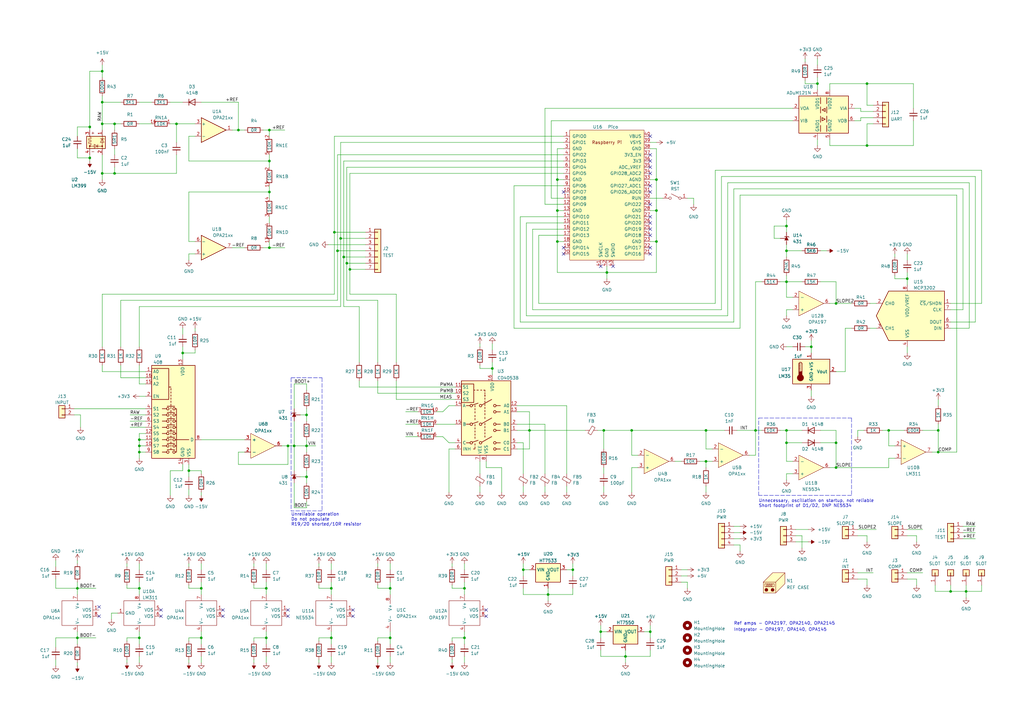
<source format=kicad_sch>
(kicad_sch (version 20211123) (generator eeschema)
  (paper "A3")
  (junction (at 389.89 242.57))
  (junction (at 77.47 193.04))
  (junction (at 201.93 151.13))
  (junction (at 217.17 176.53))
  (junction (at 289.56 189.23))
  (junction (at 228.6 73.66))
  (junction (at 342.9 124.46))
  (junction (at 125.73 195.58))
  (junction (at 309.88 176.53))
  (junction (at 57.15 182.88))
  (junction (at 139.7 97.79))
  (junction (at 332.74 142.24))
  (junction (at 269.24 73.66))
  (junction (at 248.92 111.76))
  (junction (at 46.99 50.8))
  (junction (at 140.97 105.41))
  (junction (at 41.91 41.91))
  (junction (at 214.63 233.68))
  (junction (at 109.22 261.62))
  (junction (at 36.83 52.07))
  (junction (at 46.99 71.12))
  (junction (at 256.54 269.24))
  (junction (at 31.75 261.62))
  (junction (at 31.75 241.3))
  (junction (at 138.43 102.87))
  (junction (at 364.49 176.53))
  (junction (at 135.89 261.62))
  (junction (at 224.79 243.84))
  (junction (at 259.08 176.53))
  (junction (at 246.38 259.08))
  (junction (at 82.55 261.62))
  (junction (at 109.22 241.3))
  (junction (at 269.24 99.06))
  (junction (at 57.15 185.42))
  (junction (at 120.65 182.88))
  (junction (at 160.02 261.62))
  (junction (at 135.89 241.3))
  (junction (at 322.58 176.53))
  (junction (at 82.55 241.3))
  (junction (at 57.15 241.3))
  (junction (at 110.49 66.04))
  (junction (at 118.11 182.88))
  (junction (at 355.6 34.29))
  (junction (at 228.6 99.06))
  (junction (at 110.49 78.74))
  (junction (at 322.58 181.61))
  (junction (at 190.5 241.3))
  (junction (at 247.65 176.53))
  (junction (at 355.6 59.69))
  (junction (at 110.49 101.6))
  (junction (at 384.81 176.53))
  (junction (at 72.39 50.8))
  (junction (at 160.02 241.3))
  (junction (at 97.79 53.34))
  (junction (at 57.15 180.34))
  (junction (at 322.58 102.87))
  (junction (at 384.81 185.42))
  (junction (at 335.28 34.29))
  (junction (at 322.58 115.57))
  (junction (at 234.95 233.68))
  (junction (at 57.15 261.62))
  (junction (at 36.83 64.77))
  (junction (at 228.6 86.36))
  (junction (at 289.56 176.53))
  (junction (at 110.49 53.34))
  (junction (at 41.91 71.12))
  (junction (at 372.11 114.3))
  (junction (at 137.16 95.25))
  (junction (at 396.24 242.57))
  (junction (at 266.7 259.08))
  (junction (at 74.93 144.78))
  (junction (at 41.91 50.8))
  (junction (at 269.24 86.36))
  (junction (at 342.9 191.77))
  (junction (at 125.73 182.88))
  (junction (at 125.73 170.18))
  (junction (at 143.51 110.49))
  (junction (at 322.58 92.71))
  (junction (at 41.91 29.21))
  (junction (at 142.24 107.95))
  (junction (at 190.5 261.62))
  (junction (at 342.9 181.61))
  (no_connect (at 231.14 78.74))
  (no_connect (at 231.14 101.6))
  (no_connect (at 231.14 104.14))
  (no_connect (at 246.38 109.22))
  (no_connect (at 251.46 109.22))
  (no_connect (at 266.7 71.12))
  (no_connect (at 266.7 68.58))
  (no_connect (at 266.7 66.04))
  (no_connect (at 266.7 63.5))
  (no_connect (at 266.7 104.14))
  (no_connect (at 266.7 101.6))
  (no_connect (at 266.7 96.52))
  (no_connect (at 266.7 91.44))
  (no_connect (at 266.7 93.98))
  (no_connect (at 266.7 88.9))
  (no_connect (at 266.7 83.82))
  (no_connect (at 266.7 78.74))
  (no_connect (at 266.7 76.2))
  (no_connect (at 266.7 55.88))
  (no_connect (at 91.44 250.19))
  (no_connect (at 66.04 250.19))
  (no_connect (at 40.64 252.73))
  (no_connect (at 118.11 252.73))
  (no_connect (at 199.39 250.19))
  (no_connect (at 66.04 252.73))
  (no_connect (at 144.78 250.19))
  (no_connect (at 118.11 250.19))
  (no_connect (at 91.44 252.73))
  (no_connect (at 40.64 248.92))
  (no_connect (at 144.78 252.73))
  (no_connect (at 199.39 252.73))
  (wire (pts (xy 302.26 176.53) (xy 309.88 176.53)))
  (wire (pts (xy 392.43 185.42) (xy 392.43 80.01)))
  (wire (pts (xy 100.33 185.42) (xy 97.79 185.42)))
  (wire (pts (xy 201.93 148.59) (xy 201.93 151.13)))
  (wire (pts (xy 342.9 191.77) (xy 342.9 181.61)))
  (wire (pts (xy 52.07 241.3) (xy 57.15 241.3)))
  (polyline (pts (xy 132.08 209.55) (xy 119.38 209.55)))
  (wire (pts (xy 125.73 170.18) (xy 125.73 172.72)))
  (wire (pts (xy 46.99 50.8) (xy 49.53 50.8)))
  (wire (pts (xy 31.75 55.88) (xy 31.75 52.07)))
  (wire (pts (xy 224.79 243.84) (xy 234.95 243.84)))
  (wire (pts (xy 340.36 124.46) (xy 342.9 124.46)))
  (wire (pts (xy 330.2 24.13) (xy 330.2 25.4)))
  (wire (pts (xy 372.11 104.14) (xy 372.11 106.68)))
  (wire (pts (xy 31.75 60.96) (xy 31.75 64.77)))
  (wire (pts (xy 326.39 217.17) (xy 331.47 217.17)))
  (wire (pts (xy 49.53 149.86) (xy 49.53 154.94)))
  (wire (pts (xy 41.91 63.5) (xy 41.91 71.12)))
  (wire (pts (xy 142.24 107.95) (xy 149.86 107.95)))
  (wire (pts (xy 215.9 129.54) (xy 215.9 91.44)))
  (wire (pts (xy 45.72 254) (xy 45.72 251.46)))
  (wire (pts (xy 154.94 262.89) (xy 154.94 261.62)))
  (wire (pts (xy 154.94 241.3) (xy 160.02 241.3)))
  (wire (pts (xy 104.14 231.14) (xy 104.14 232.41)))
  (polyline (pts (xy 349.25 171.45) (xy 349.25 203.2)))
  (wire (pts (xy 107.95 101.6) (xy 110.49 101.6)))
  (wire (pts (xy 125.73 167.64) (xy 125.73 170.18)))
  (wire (pts (xy 143.51 110.49) (xy 149.86 110.49)))
  (wire (pts (xy 118.11 182.88) (xy 120.65 182.88)))
  (wire (pts (xy 109.22 238.76) (xy 109.22 241.3)))
  (wire (pts (xy 392.43 80.01) (xy 303.53 80.01)))
  (wire (pts (xy 212.09 168.91) (xy 217.17 168.91)))
  (wire (pts (xy 300.99 77.47) (xy 300.99 132.08)))
  (wire (pts (xy 123.19 195.58) (xy 125.73 195.58)))
  (wire (pts (xy 77.47 190.5) (xy 77.47 193.04)))
  (wire (pts (xy 57.15 162.56) (xy 59.69 162.56)))
  (wire (pts (xy 69.85 41.91) (xy 74.93 41.91)))
  (wire (pts (xy 269.24 60.96) (xy 269.24 73.66)))
  (wire (pts (xy 82.55 203.2) (xy 82.55 201.93)))
  (wire (pts (xy 125.73 193.04) (xy 125.73 195.58)))
  (wire (pts (xy 31.75 64.77) (xy 36.83 64.77)))
  (wire (pts (xy 248.92 111.76) (xy 269.24 111.76)))
  (wire (pts (xy 72.39 50.8) (xy 72.39 58.42)))
  (wire (pts (xy 130.81 261.62) (xy 135.89 261.62)))
  (wire (pts (xy 95.25 101.6) (xy 100.33 101.6)))
  (wire (pts (xy 394.97 77.47) (xy 300.99 77.47)))
  (wire (pts (xy 154.94 156.21) (xy 154.94 161.29)))
  (wire (pts (xy 205.74 191.77) (xy 199.39 191.77)))
  (wire (pts (xy 300.99 220.98) (xy 303.53 220.98)))
  (wire (pts (xy 72.39 71.12) (xy 46.99 71.12)))
  (wire (pts (xy 289.56 176.53) (xy 289.56 184.15)))
  (wire (pts (xy 217.17 168.91) (xy 217.17 176.53)))
  (wire (pts (xy 41.91 50.8) (xy 46.99 50.8)))
  (wire (pts (xy 139.7 58.42) (xy 139.7 97.79)))
  (wire (pts (xy 130.81 262.89) (xy 130.81 261.62)))
  (wire (pts (xy 120.65 182.88) (xy 120.65 193.04)))
  (wire (pts (xy 41.91 53.34) (xy 41.91 50.8)))
  (wire (pts (xy 353.06 44.45) (xy 353.06 45.72)))
  (wire (pts (xy 266.7 86.36) (xy 269.24 86.36)))
  (wire (pts (xy 396.24 242.57) (xy 402.59 242.57)))
  (wire (pts (xy 367.03 187.96) (xy 364.49 187.96)))
  (wire (pts (xy 154.94 123.19) (xy 142.24 123.19)))
  (wire (pts (xy 228.6 86.36) (xy 228.6 99.06)))
  (wire (pts (xy 135.89 231.14) (xy 135.89 233.68)))
  (wire (pts (xy 322.58 127) (xy 325.12 127)))
  (wire (pts (xy 320.04 97.79) (xy 317.5 97.79)))
  (wire (pts (xy 256.54 271.78) (xy 256.54 269.24)))
  (wire (pts (xy 154.94 148.59) (xy 154.94 123.19)))
  (wire (pts (xy 135.89 261.62) (xy 135.89 264.16)))
  (wire (pts (xy 322.58 113.03) (xy 322.58 115.57)))
  (wire (pts (xy 214.63 233.68) (xy 217.17 233.68)))
  (wire (pts (xy 49.53 142.24) (xy 49.53 123.19)))
  (wire (pts (xy 367.03 104.14) (xy 367.03 105.41)))
  (wire (pts (xy 160.02 231.14) (xy 160.02 233.68)))
  (wire (pts (xy 396.24 240.03) (xy 396.24 242.57)))
  (wire (pts (xy 266.7 81.28) (xy 271.78 81.28)))
  (wire (pts (xy 389.89 124.46) (xy 402.59 124.46)))
  (wire (pts (xy 125.73 157.48) (xy 120.65 157.48)))
  (wire (pts (xy 57.15 180.34) (xy 59.69 180.34)))
  (wire (pts (xy 266.7 256.54) (xy 266.7 259.08)))
  (wire (pts (xy 372.11 111.76) (xy 372.11 114.3)))
  (wire (pts (xy 118.11 190.5) (xy 118.11 182.88)))
  (wire (pts (xy 147.32 148.59) (xy 147.32 125.73)))
  (wire (pts (xy 160.02 238.76) (xy 160.02 241.3)))
  (wire (pts (xy 36.83 63.5) (xy 36.83 64.77)))
  (wire (pts (xy 77.47 240.03) (xy 77.47 241.3)))
  (wire (pts (xy 322.58 181.61) (xy 328.93 181.61)))
  (wire (pts (xy 220.98 124.46) (xy 220.98 96.52)))
  (wire (pts (xy 325.12 121.92) (xy 322.58 121.92)))
  (wire (pts (xy 259.08 186.69) (xy 261.62 186.69)))
  (wire (pts (xy 125.73 182.88) (xy 125.73 180.34)))
  (wire (pts (xy 110.49 99.06) (xy 110.49 101.6)))
  (wire (pts (xy 336.55 102.87) (xy 339.09 102.87)))
  (wire (pts (xy 330.2 33.02) (xy 330.2 34.29)))
  (wire (pts (xy 49.53 123.19) (xy 138.43 123.19)))
  (wire (pts (xy 30.48 170.18) (xy 33.02 170.18)))
  (wire (pts (xy 62.23 41.91) (xy 57.15 41.91)))
  (wire (pts (xy 184.15 181.61) (xy 186.69 181.61)))
  (wire (pts (xy 179.07 168.91) (xy 181.61 168.91)))
  (wire (pts (xy 228.6 73.66) (xy 228.6 86.36)))
  (wire (pts (xy 328.93 219.71) (xy 326.39 219.71)))
  (wire (pts (xy 367.03 114.3) (xy 372.11 114.3)))
  (wire (pts (xy 135.89 238.76) (xy 135.89 241.3)))
  (wire (pts (xy 22.86 241.3) (xy 31.75 241.3)))
  (wire (pts (xy 80.01 104.14) (xy 77.47 104.14)))
  (wire (pts (xy 212.09 176.53) (xy 217.17 176.53)))
  (wire (pts (xy 247.65 191.77) (xy 247.65 194.31)))
  (wire (pts (xy 355.6 50.8) (xy 355.6 59.69)))
  (wire (pts (xy 125.73 195.58) (xy 125.73 198.12)))
  (wire (pts (xy 384.81 185.42) (xy 382.27 185.42)))
  (wire (pts (xy 231.14 60.96) (xy 228.6 60.96)))
  (wire (pts (xy 97.79 190.5) (xy 118.11 190.5)))
  (wire (pts (xy 322.58 176.53) (xy 322.58 181.61)))
  (wire (pts (xy 281.94 241.3) (xy 281.94 238.76)))
  (wire (pts (xy 298.45 129.54) (xy 215.9 129.54)))
  (wire (pts (xy 109.22 259.08) (xy 109.22 261.62)))
  (wire (pts (xy 309.88 115.57) (xy 312.42 115.57)))
  (wire (pts (xy 355.6 237.49) (xy 351.79 237.49)))
  (wire (pts (xy 293.37 124.46) (xy 220.98 124.46)))
  (wire (pts (xy 355.6 43.18) (xy 358.14 43.18)))
  (wire (pts (xy 142.24 107.95) (xy 142.24 123.19)))
  (wire (pts (xy 223.52 194.31) (xy 223.52 173.99)))
  (wire (pts (xy 322.58 189.23) (xy 322.58 181.61)))
  (wire (pts (xy 396.24 245.11) (xy 396.24 242.57)))
  (wire (pts (xy 397.51 74.93) (xy 298.45 74.93)))
  (wire (pts (xy 199.39 191.77) (xy 199.39 189.23)))
  (wire (pts (xy 269.24 99.06) (xy 266.7 99.06)))
  (wire (pts (xy 205.74 201.93) (xy 205.74 191.77)))
  (wire (pts (xy 77.47 78.74) (xy 77.47 99.06)))
  (wire (pts (xy 110.49 66.04) (xy 110.49 68.58)))
  (wire (pts (xy 57.15 241.3) (xy 57.15 243.84)))
  (wire (pts (xy 57.15 185.42) (xy 57.15 187.96)))
  (wire (pts (xy 351.79 179.07) (xy 351.79 176.53)))
  (wire (pts (xy 220.98 96.52) (xy 231.14 96.52)))
  (wire (pts (xy 342.9 191.77) (xy 364.49 191.77)))
  (wire (pts (xy 247.65 199.39) (xy 247.65 201.93)))
  (wire (pts (xy 95.25 53.34) (xy 97.79 53.34)))
  (wire (pts (xy 59.69 185.42) (xy 57.15 185.42)))
  (wire (pts (xy 214.63 243.84) (xy 224.79 243.84)))
  (wire (pts (xy 77.47 271.78) (xy 77.47 270.51)))
  (wire (pts (xy 355.6 34.29) (xy 355.6 43.18)))
  (wire (pts (xy 358.14 48.26) (xy 353.06 48.26)))
  (wire (pts (xy 384.81 163.83) (xy 384.81 166.37)))
  (wire (pts (xy 185.42 231.14) (xy 185.42 232.41)))
  (wire (pts (xy 328.93 102.87) (xy 322.58 102.87)))
  (wire (pts (xy 322.58 102.87) (xy 322.58 105.41)))
  (wire (pts (xy 143.51 71.12) (xy 143.51 110.49)))
  (wire (pts (xy 350.52 44.45) (xy 353.06 44.45)))
  (wire (pts (xy 228.6 86.36) (xy 231.14 86.36)))
  (wire (pts (xy 125.73 185.42) (xy 125.73 182.88)))
  (wire (pts (xy 166.37 168.91) (xy 171.45 168.91)))
  (wire (pts (xy 269.24 86.36) (xy 269.24 99.06)))
  (wire (pts (xy 223.52 201.93) (xy 223.52 199.39)))
  (wire (pts (xy 232.41 233.68) (xy 234.95 233.68)))
  (wire (pts (xy 57.15 50.8) (xy 62.23 50.8)))
  (wire (pts (xy 135.89 259.08) (xy 135.89 261.62)))
  (wire (pts (xy 389.89 132.08) (xy 400.05 132.08)))
  (wire (pts (xy 322.58 92.71) (xy 322.58 95.25)))
  (wire (pts (xy 335.28 59.69) (xy 335.28 57.15)))
  (wire (pts (xy 139.7 58.42) (xy 231.14 58.42)))
  (wire (pts (xy 57.15 231.14) (xy 57.15 233.68)))
  (wire (pts (xy 342.9 124.46) (xy 349.25 124.46)))
  (polyline (pts (xy 347.98 171.45) (xy 349.25 171.45)))
  (wire (pts (xy 312.42 176.53) (xy 309.88 176.53)))
  (wire (pts (xy 135.89 269.24) (xy 135.89 271.78)))
  (wire (pts (xy 309.88 186.69) (xy 307.34 186.69)))
  (wire (pts (xy 82.55 259.08) (xy 82.55 261.62)))
  (wire (pts (xy 322.58 194.31) (xy 325.12 194.31)))
  (wire (pts (xy 355.6 222.25) (xy 355.6 219.71)))
  (wire (pts (xy 256.54 269.24) (xy 256.54 266.7)))
  (wire (pts (xy 82.55 261.62) (xy 82.55 264.16)))
  (wire (pts (xy 228.6 99.06) (xy 228.6 111.76)))
  (wire (pts (xy 300.99 218.44) (xy 303.53 218.44)))
  (wire (pts (xy 293.37 69.85) (xy 293.37 124.46)))
  (wire (pts (xy 279.4 236.22) (xy 281.94 236.22)))
  (wire (pts (xy 245.11 176.53) (xy 247.65 176.53)))
  (wire (pts (xy 130.81 240.03) (xy 130.81 241.3)))
  (wire (pts (xy 190.5 259.08) (xy 190.5 261.62)))
  (polyline (pts (xy 132.08 154.94) (xy 132.08 209.55)))
  (wire (pts (xy 147.32 125.73) (xy 140.97 125.73)))
  (wire (pts (xy 130.81 241.3) (xy 135.89 241.3)))
  (wire (pts (xy 384.81 176.53) (xy 384.81 185.42)))
  (wire (pts (xy 80.01 143.51) (xy 80.01 144.78)))
  (wire (pts (xy 196.85 151.13) (xy 201.93 151.13)))
  (wire (pts (xy 46.99 50.8) (xy 46.99 53.34)))
  (wire (pts (xy 33.02 170.18) (xy 33.02 175.26)))
  (wire (pts (xy 74.93 144.78) (xy 74.93 147.32)))
  (wire (pts (xy 201.93 140.97) (xy 201.93 143.51)))
  (wire (pts (xy 77.47 231.14) (xy 77.47 232.41)))
  (wire (pts (xy 110.49 78.74) (xy 110.49 81.28)))
  (wire (pts (xy 77.47 261.62) (xy 82.55 261.62)))
  (wire (pts (xy 138.43 63.5) (xy 231.14 63.5)))
  (wire (pts (xy 36.83 52.07) (xy 36.83 53.34)))
  (wire (pts (xy 309.88 176.53) (xy 309.88 115.57)))
  (wire (pts (xy 231.14 66.04) (xy 140.97 66.04)))
  (wire (pts (xy 110.49 76.2) (xy 110.49 78.74)))
  (wire (pts (xy 77.47 104.14) (xy 77.47 106.68)))
  (wire (pts (xy 325.12 189.23) (xy 322.58 189.23)))
  (wire (pts (xy 298.45 74.93) (xy 298.45 129.54)))
  (wire (pts (xy 320.04 115.57) (xy 322.58 115.57)))
  (wire (pts (xy 196.85 199.39) (xy 196.85 201.93)))
  (wire (pts (xy 372.11 142.24) (xy 372.11 144.78)))
  (wire (pts (xy 212.09 184.15) (xy 217.17 184.15)))
  (wire (pts (xy 372.11 234.95) (xy 378.46 234.95)))
  (wire (pts (xy 266.7 266.7) (xy 266.7 269.24)))
  (wire (pts (xy 181.61 179.07) (xy 184.15 181.61)))
  (wire (pts (xy 82.55 193.04) (xy 77.47 193.04)))
  (wire (pts (xy 289.56 191.77) (xy 289.56 189.23)))
  (wire (pts (xy 52.07 240.03) (xy 52.07 241.3)))
  (wire (pts (xy 162.56 120.65) (xy 143.51 120.65)))
  (wire (pts (xy 328.93 176.53) (xy 322.58 176.53)))
  (wire (pts (xy 226.06 81.28) (xy 226.06 49.53)))
  (wire (pts (xy 374.65 34.29) (xy 374.65 44.45)))
  (wire (pts (xy 77.47 200.66) (xy 77.47 203.2)))
  (wire (pts (xy 130.81 271.78) (xy 130.81 270.51)))
  (wire (pts (xy 364.49 187.96) (xy 364.49 191.77)))
  (wire (pts (xy 134.62 100.33) (xy 149.86 100.33)))
  (wire (pts (xy 31.75 229.87) (xy 31.75 231.14)))
  (wire (pts (xy 234.95 241.3) (xy 234.95 243.84)))
  (wire (pts (xy 303.53 223.52) (xy 303.53 226.06)))
  (wire (pts (xy 256.54 269.24) (xy 266.7 269.24)))
  (wire (pts (xy 190.5 269.24) (xy 190.5 271.78)))
  (wire (pts (xy 335.28 34.29) (xy 335.28 36.83)))
  (wire (pts (xy 110.49 88.9) (xy 110.49 91.44)))
  (wire (pts (xy 351.79 217.17) (xy 359.41 217.17)))
  (wire (pts (xy 184.15 184.15) (xy 186.69 184.15)))
  (wire (pts (xy 57.15 125.73) (xy 139.7 125.73)))
  (wire (pts (xy 110.49 53.34) (xy 110.49 55.88)))
  (wire (pts (xy 154.94 231.14) (xy 154.94 232.41)))
  (wire (pts (xy 72.39 50.8) (xy 80.01 50.8)))
  (wire (pts (xy 135.89 241.3) (xy 135.89 243.84)))
  (wire (pts (xy 212.09 166.37) (xy 232.41 166.37)))
  (wire (pts (xy 402.59 240.03) (xy 402.59 242.57)))
  (wire (pts (xy 31.75 238.76) (xy 31.75 241.3)))
  (wire (pts (xy 120.65 157.48) (xy 120.65 167.64)))
  (wire (pts (xy 351.79 176.53) (xy 354.33 176.53)))
  (wire (pts (xy 332.74 139.7) (xy 332.74 142.24)))
  (wire (pts (xy 397.51 74.93) (xy 397.51 134.62)))
  (wire (pts (xy 322.58 115.57) (xy 328.93 115.57)))
  (wire (pts (xy 213.36 132.08) (xy 213.36 88.9)))
  (wire (pts (xy 402.59 69.85) (xy 293.37 69.85)))
  (wire (pts (xy 355.6 240.03) (xy 355.6 237.49)))
  (wire (pts (xy 226.06 49.53) (xy 325.12 49.53)))
  (wire (pts (xy 389.89 127) (xy 394.97 127)))
  (wire (pts (xy 77.47 193.04) (xy 77.47 195.58)))
  (wire (pts (xy 289.56 189.23) (xy 292.1 189.23)))
  (wire (pts (xy 138.43 102.87) (xy 138.43 123.19)))
  (wire (pts (xy 355.6 34.29) (xy 374.65 34.29)))
  (wire (pts (xy 228.6 60.96) (xy 228.6 73.66)))
  (wire (pts (xy 185.42 240.03) (xy 185.42 241.3)))
  (wire (pts (xy 137.16 55.88) (xy 137.16 95.25)))
  (wire (pts (xy 217.17 184.15) (xy 217.17 176.53)))
  (wire (pts (xy 41.91 39.37) (xy 41.91 41.91)))
  (wire (pts (xy 355.6 219.71) (xy 351.79 219.71)))
  (wire (pts (xy 375.92 219.71) (xy 372.11 219.71)))
  (wire (pts (xy 364.49 182.88) (xy 364.49 176.53)))
  (wire (pts (xy 342.9 124.46) (xy 342.9 115.57)))
  (wire (pts (xy 201.93 151.13) (xy 201.93 153.67)))
  (wire (pts (xy 384.81 185.42) (xy 392.43 185.42)))
  (wire (pts (xy 185.42 262.89) (xy 185.42 261.62)))
  (wire (pts (xy 196.85 149.86) (xy 196.85 151.13)))
  (wire (pts (xy 140.97 105.41) (xy 149.86 105.41)))
  (wire (pts (xy 41.91 142.24) (xy 41.91 120.65)))
  (wire (pts (xy 336.55 176.53) (xy 342.9 176.53)))
  (wire (pts (xy 284.48 81.28) (xy 284.48 83.82)))
  (wire (pts (xy 69.85 193.04) (xy 74.93 193.04)))
  (wire (pts (xy 22.86 237.49) (xy 22.86 241.3)))
  (wire (pts (xy 335.28 31.75) (xy 335.28 34.29)))
  (wire (pts (xy 400.05 215.9) (xy 394.97 215.9)))
  (wire (pts (xy 228.6 111.76) (xy 248.92 111.76)))
  (wire (pts (xy 110.49 78.74) (xy 77.47 78.74)))
  (wire (pts (xy 154.94 261.62) (xy 160.02 261.62)))
  (wire (pts (xy 228.6 99.06) (xy 231.14 99.06)))
  (wire (pts (xy 41.91 71.12) (xy 46.99 71.12)))
  (wire (pts (xy 82.55 41.91) (xy 97.79 41.91)))
  (wire (pts (xy 332.74 162.56) (xy 332.74 160.02)))
  (wire (pts (xy 228.6 73.66) (xy 231.14 73.66)))
  (wire (pts (xy 22.86 261.62) (xy 31.75 261.62)))
  (wire (pts (xy 309.88 176.53) (xy 309.88 186.69)))
  (wire (pts (xy 259.08 191.77) (xy 261.62 191.77)))
  (wire (pts (xy 82.55 180.34) (xy 100.33 180.34)))
  (wire (pts (xy 30.48 167.64) (xy 59.69 167.64)))
  (wire (pts (xy 110.49 53.34) (xy 116.84 53.34)))
  (wire (pts (xy 160.02 259.08) (xy 160.02 261.62)))
  (wire (pts (xy 375.92 237.49) (xy 372.11 237.49)))
  (wire (pts (xy 269.24 111.76) (xy 269.24 99.06)))
  (wire (pts (xy 36.83 29.21) (xy 36.83 52.07)))
  (wire (pts (xy 383.54 242.57) (xy 389.89 242.57)))
  (wire (pts (xy 231.14 81.28) (xy 226.06 81.28)))
  (wire (pts (xy 82.55 241.3) (xy 82.55 243.84)))
  (wire (pts (xy 346.71 134.62) (xy 346.71 152.4)))
  (wire (pts (xy 69.85 50.8) (xy 72.39 50.8)))
  (wire (pts (xy 31.75 241.3) (xy 31.75 243.84)))
  (wire (pts (xy 210.82 76.2) (xy 231.14 76.2)))
  (wire (pts (xy 154.94 161.29) (xy 186.69 161.29)))
  (wire (pts (xy 125.73 208.28) (xy 125.73 205.74)))
  (wire (pts (xy 82.55 238.76) (xy 82.55 241.3)))
  (wire (pts (xy 317.5 92.71) (xy 322.58 92.71)))
  (wire (pts (xy 320.04 176.53) (xy 322.58 176.53)))
  (wire (pts (xy 137.16 95.25) (xy 137.16 120.65)))
  (wire (pts (xy 142.24 68.58) (xy 142.24 107.95)))
  (wire (pts (xy 154.94 271.78) (xy 154.94 270.51)))
  (wire (pts (xy 184.15 166.37) (xy 181.61 168.91)))
  (wire (pts (xy 41.91 41.91) (xy 41.91 50.8)))
  (wire (pts (xy 57.15 149.86) (xy 57.15 157.48)))
  (wire (pts (xy 300.99 132.08) (xy 213.36 132.08)))
  (wire (pts (xy 143.51 110.49) (xy 143.51 120.65)))
  (wire (pts (xy 232.41 201.93) (xy 232.41 199.39)))
  (wire (pts (xy 269.24 73.66) (xy 269.24 86.36)))
  (wire (pts (xy 246.38 256.54) (xy 246.38 259.08)))
  (wire (pts (xy 372.11 114.3) (xy 372.11 116.84)))
  (wire (pts (xy 139.7 97.79) (xy 149.86 97.79)))
  (wire (pts (xy 355.6 59.69) (xy 340.36 59.69)))
  (wire (pts (xy 214.63 231.14) (xy 214.63 233.68)))
  (wire (pts (xy 322.58 100.33) (xy 322.58 102.87)))
  (wire (pts (xy 300.99 223.52) (xy 303.53 223.52)))
  (polyline (pts (xy 119.38 184.15) (xy 119.38 154.94)))
  (wire (pts (xy 375.92 222.25) (xy 375.92 219.71)))
  (wire (pts (xy 214.63 199.39) (xy 214.63 201.93)))
  (wire (pts (xy 346.71 134.62) (xy 349.25 134.62)))
  (wire (pts (xy 46.99 60.96) (xy 46.99 63.5)))
  (wire (pts (xy 52.07 271.78) (xy 52.07 270.51)))
  (wire (pts (xy 41.91 152.4) (xy 59.69 152.4)))
  (wire (pts (xy 356.87 134.62) (xy 359.41 134.62)))
  (wire (pts (xy 317.5 97.79) (xy 317.5 92.71)))
  (wire (pts (xy 374.65 59.69) (xy 374.65 49.53)))
  (wire (pts (xy 104.14 240.03) (xy 104.14 241.3)))
  (wire (pts (xy 154.94 240.03) (xy 154.94 241.3)))
  (wire (pts (xy 266.7 259.08) (xy 266.7 261.62)))
  (wire (pts (xy 57.15 261.62) (xy 57.15 264.16)))
  (wire (pts (xy 358.14 50.8) (xy 355.6 50.8)))
  (wire (pts (xy 77.47 66.04) (xy 110.49 66.04)))
  (wire (pts (xy 212.09 173.99) (xy 223.52 173.99)))
  (wire (pts (xy 356.87 124.46) (xy 359.41 124.46)))
  (wire (pts (xy 223.52 44.45) (xy 223.52 83.82)))
  (polyline (pts (xy 119.38 184.15) (xy 119.38 209.55)))
  (wire (pts (xy 279.4 233.68) (xy 281.94 233.68)))
  (wire (pts (xy 295.91 127) (xy 295.91 72.39)))
  (wire (pts (xy 346.71 152.4) (xy 342.9 152.4)))
  (wire (pts (xy 402.59 124.46) (xy 402.59 69.85)))
  (wire (pts (xy 289.56 176.53) (xy 259.08 176.53)))
  (wire (pts (xy 125.73 160.02) (xy 125.73 157.48)))
  (wire (pts (xy 80.01 55.88) (xy 77.47 55.88)))
  (wire (pts (xy 46.99 68.58) (xy 46.99 71.12)))
  (wire (pts (xy 31.75 241.3) (xy 39.37 241.3)))
  (wire (pts (xy 109.22 231.14) (xy 109.22 233.68)))
  (wire (pts (xy 120.65 208.28) (xy 125.73 208.28)))
  (wire (pts (xy 367.03 113.03) (xy 367.03 114.3)))
  (wire (pts (xy 400.05 220.98) (xy 394.97 220.98)))
  (wire (pts (xy 322.58 129.54) (xy 322.58 127)))
  (wire (pts (xy 160.02 261.62) (xy 160.02 264.16)))
  (wire (pts (xy 74.93 134.62) (xy 74.93 137.16)))
  (polyline (pts (xy 311.15 176.53) (xy 311.15 203.2)))
  (wire (pts (xy 248.92 111.76) (xy 248.92 114.3)))
  (wire (pts (xy 69.85 203.2) (xy 69.85 193.04)))
  (wire (pts (xy 109.22 269.24) (xy 109.22 271.78)))
  (wire (pts (xy 248.92 109.22) (xy 248.92 111.76)))
  (wire (pts (xy 330.2 142.24) (xy 332.74 142.24)))
  (wire (pts (xy 104.14 262.89) (xy 104.14 261.62)))
  (wire (pts (xy 367.03 182.88) (xy 364.49 182.88)))
  (wire (pts (xy 289.56 201.93) (xy 289.56 199.39)))
  (wire (pts (xy 104.14 241.3) (xy 109.22 241.3)))
  (wire (pts (xy 223.52 44.45) (xy 325.12 44.45)))
  (wire (pts (xy 322.58 196.85) (xy 322.58 194.31)))
  (wire (pts (xy 184.15 166.37) (xy 186.69 166.37)))
  (wire (pts (xy 264.16 259.08) (xy 266.7 259.08)))
  (wire (pts (xy 213.36 88.9) (xy 231.14 88.9)))
  (wire (pts (xy 335.28 24.13) (xy 335.28 26.67)))
  (wire (pts (xy 171.45 173.99) (xy 166.37 173.99)))
  (wire (pts (xy 389.89 242.57) (xy 396.24 242.57)))
  (wire (pts (xy 190.5 238.76) (xy 190.5 241.3)))
  (wire (pts (xy 196.85 140.97) (xy 196.85 142.24)))
  (wire (pts (xy 351.79 234.95) (xy 358.14 234.95)))
  (wire (pts (xy 378.46 176.53) (xy 384.81 176.53)))
  (wire (pts (xy 160.02 241.3) (xy 160.02 243.84)))
  (wire (pts (xy 281.94 81.28) (xy 284.48 81.28)))
  (wire (pts (xy 340.36 34.29) (xy 355.6 34.29)))
  (wire (pts (xy 57.15 259.08) (xy 57.15 261.62)))
  (wire (pts (xy 342.9 176.53) (xy 342.9 181.61)))
  (wire (pts (xy 330.2 34.29) (xy 335.28 34.29)))
  (wire (pts (xy 52.07 231.14) (xy 52.07 232.41)))
  (wire (pts (xy 297.18 176.53) (xy 289.56 176.53)))
  (wire (pts (xy 179.07 173.99) (xy 186.69 173.99)))
  (wire (pts (xy 322.58 142.24) (xy 325.12 142.24)))
  (wire (pts (xy 41.91 29.21) (xy 41.91 31.75)))
  (wire (pts (xy 82.55 269.24) (xy 82.55 271.78)))
  (wire (pts (xy 246.38 259.08) (xy 246.38 261.62)))
  (polyline (pts (xy 349.25 203.2) (xy 311.15 203.2)))
  (wire (pts (xy 179.07 179.07) (xy 181.61 179.07)))
  (wire (pts (xy 322.58 90.17) (xy 322.58 92.71)))
  (wire (pts (xy 224.79 246.38) (xy 224.79 243.84)))
  (wire (pts (xy 147.32 156.21) (xy 147.32 158.75)))
  (wire (pts (xy 49.53 41.91) (xy 41.91 41.91)))
  (wire (pts (xy 104.14 271.78) (xy 104.14 270.51)))
  (wire (pts (xy 57.15 182.88) (xy 57.15 185.42)))
  (wire (pts (xy 361.95 176.53) (xy 364.49 176.53)))
  (wire (pts (xy 57.15 157.48) (xy 59.69 157.48)))
  (wire (pts (xy 36.83 29.21) (xy 41.91 29.21)))
  (polyline (pts (xy 311.15 176.53) (xy 311.15 171.45)))
  (wire (pts (xy 397.51 134.62) (xy 389.89 134.62)))
  (wire (pts (xy 223.52 83.82) (xy 231.14 83.82)))
  (wire (pts (xy 57.15 180.34) (xy 57.15 182.88)))
  (wire (pts (xy 57.15 142.24) (xy 57.15 125.73)))
  (wire (pts (xy 162.56 156.21) (xy 162.56 163.83)))
  (wire (pts (xy 364.49 176.53) (xy 370.84 176.53)))
  (wire (pts (xy 53.34 175.26) (xy 59.69 175.26)))
  (wire (pts (xy 45.72 251.46) (xy 48.26 251.46)))
  (wire (pts (xy 328.93 224.79) (xy 328.93 219.71)))
  (wire (pts (xy 138.43 63.5) (xy 138.43 102.87)))
  (wire (pts (xy 231.14 55.88) (xy 137.16 55.88)))
  (wire (pts (xy 342.9 115.57) (xy 336.55 115.57)))
  (wire (pts (xy 332.74 142.24) (xy 332.74 144.78)))
  (wire (pts (xy 104.14 261.62) (xy 109.22 261.62)))
  (polyline (pts (xy 311.15 171.45) (xy 347.98 171.45)))
  (wire (pts (xy 340.36 59.69) (xy 340.36 57.15)))
  (wire (pts (xy 147.32 158.75) (xy 186.69 158.75)))
  (wire (pts (xy 372.11 217.17) (xy 378.46 217.17)))
  (wire (pts (xy 52.07 261.62) (xy 57.15 261.62)))
  (wire (pts (xy 276.86 189.23) (xy 279.4 189.23)))
  (wire (pts (xy 247.65 176.53) (xy 259.08 176.53)))
  (wire (pts (xy 185.42 261.62) (xy 190.5 261.62)))
  (wire (pts (xy 22.86 229.87) (xy 22.86 232.41)))
  (wire (pts (xy 400.05 72.39) (xy 400.05 132.08)))
  (wire (pts (xy 139.7 97.79) (xy 139.7 125.73)))
  (wire (pts (xy 166.37 179.07) (xy 171.45 179.07)))
  (wire (pts (xy 97.79 185.42) (xy 97.79 190.5)))
  (wire (pts (xy 383.54 240.03) (xy 383.54 242.57)))
  (wire (pts (xy 31.75 259.08) (xy 31.75 261.62)))
  (wire (pts (xy 214.63 233.68) (xy 214.63 236.22)))
  (wire (pts (xy 215.9 91.44) (xy 231.14 91.44)))
  (wire (pts (xy 246.38 266.7) (xy 246.38 269.24)))
  (wire (pts (xy 59.69 182.88) (xy 57.15 182.88)))
  (wire (pts (xy 31.75 261.62) (xy 39.37 261.62)))
  (wire (pts (xy 123.19 170.18) (xy 125.73 170.18)))
  (wire (pts (xy 107.95 53.34) (xy 110.49 53.34)))
  (wire (pts (xy 234.95 231.14) (xy 234.95 233.68)))
  (wire (pts (xy 57.15 269.24) (xy 57.15 271.78)))
  (wire (pts (xy 140.97 66.04) (xy 140.97 105.41)))
  (wire (pts (xy 340.36 191.77) (xy 342.9 191.77)))
  (wire (pts (xy 350.52 49.53) (xy 353.06 49.53)))
  (wire (pts (xy 300.99 215.9) (xy 303.53 215.9)))
  (wire (pts (xy 231.14 68.58) (xy 142.24 68.58)))
  (wire (pts (xy 109.22 261.62) (xy 109.22 264.16)))
  (wire (pts (xy 149.86 95.25) (xy 137.16 95.25)))
  (wire (pts (xy 77.47 241.3) (xy 82.55 241.3)))
  (wire (pts (xy 59.69 177.8) (xy 57.15 177.8)))
  (wire (pts (xy 353.06 45.72) (xy 358.14 45.72)))
  (wire (pts (xy 247.65 176.53) (xy 247.65 184.15)))
  (wire (pts (xy 77.47 262.89) (xy 77.47 261.62)))
  (wire (pts (xy 97.79 41.91) (xy 97.79 53.34)))
  (wire (pts (xy 246.38 259.08) (xy 248.92 259.08)))
  (wire (pts (xy 120.65 198.12) (xy 120.65 208.28)))
  (wire (pts (xy 214.63 181.61) (xy 212.09 181.61)))
  (wire (pts (xy 322.58 115.57) (xy 322.58 121.92)))
  (wire (pts (xy 269.24 58.42) (xy 266.7 58.42)))
  (wire (pts (xy 184.15 201.93) (xy 184.15 184.15)))
  (wire (pts (xy 196.85 189.23) (xy 196.85 194.31)))
  (wire (pts (xy 77.47 99.06) (xy 80.01 99.06)))
  (wire (pts (xy 218.44 93.98) (xy 218.44 127)))
  (wire (pts (xy 185.42 271.78) (xy 185.42 270.51)))
  (wire (pts (xy 287.02 189.23) (xy 289.56 189.23)))
  (wire (pts (xy 31.75 52.07) (xy 36.83 52.07)))
  (wire (pts (xy 340.36 36.83) (xy 340.36 34.29)))
  (wire (pts (xy 138.43 102.87) (xy 149.86 102.87)))
  (wire (pts (xy 77.47 55.88) (xy 77.47 66.04)))
  (wire (pts (xy 210.82 134.62) (xy 210.82 76.2)))
  (wire (pts (xy 162.56 163.83) (xy 186.69 163.83)))
  (wire (pts (xy 49.53 154.94) (xy 59.69 154.94)))
  (wire (pts (xy 115.57 182.88) (xy 118.11 182.88)))
  (wire (pts (xy 110.49 63.5) (xy 110.49 66.04)))
  (wire (pts (xy 53.34 170.18) (xy 59.69 170.18)))
  (wire (pts (xy 295.91 72.39) (xy 400.05 72.39)))
  (wire (pts (xy 41.91 71.12) (xy 41.91 73.66)))
  (wire (pts (xy 353.06 48.26) (xy 353.06 49.53)))
  (wire (pts (xy 303.53 134.62) (xy 210.82 134.62)))
  (wire (pts (xy 185.42 241.3) (xy 190.5 241.3)))
  (wire (pts (xy 394.97 127) (xy 394.97 77.47)))
  (wire (pts (xy 22.86 265.43) (xy 22.86 261.62)))
  (wire (pts (xy 97.79 53.34) (xy 100.33 53.34)))
  (wire (pts (xy 140.97 105.41) (xy 140.97 125.73)))
  (wire (pts (xy 218.44 127) (xy 295.91 127)))
  (wire (pts (xy 190.5 241.3) (xy 190.5 243.84)))
  (wire (pts (xy 224.79 243.84) (xy 224.79 241.3)))
  (wire (pts (xy 234.95 233.68) (xy 234.95 236.22)))
  (wire (pts (xy 41.91 26.67) (xy 41.91 29.21)))
  (wire (pts (xy 384.81 173.99) (xy 384.81 176.53)))
  (wire (pts (xy 125.73 182.88) (xy 129.54 182.88)))
  (wire (pts (xy 246.38 269.24) (xy 256.54 269.24)))
  (wire (pts (xy 120.65 172.72) (xy 120.65 182.88)))
  (wire (pts (xy 342.9 181.61) (xy 336.55 181.61)))
  (wire (pts (xy 31.75 261.62) (xy 31.75 264.16)))
  (wire (pts (xy 400.05 218.44) (xy 394.97 218.44)))
  (wire (pts (xy 355.6 59.69) (xy 374.65 59.69)))
  (wire (pts (xy 162.56 148.59) (xy 162.56 120.65)))
  (wire (pts (xy 82.55 231.14) (xy 82.55 233.68)))
  (wire (pts (xy 279.4 238.76) (xy 281.94 238.76)))
  (wire (pts (xy 231.14 71.12) (xy 143.51 71.12)))
  (wire (pts (xy 160.02 269.24) (xy 160.02 271.78)))
  (wire (pts (xy 217.17 176.53) (xy 240.03 176.53)))
  (wire (pts (xy 22.86 270.51) (xy 22.86 273.05)))
  (wire (pts (xy 57.15 177.8) (xy 57.15 180.34)))
  (wire (pts (xy 36.83 64.77) (xy 36.83 66.04)))
  (wire (pts (xy 266.7 73.66) (xy 269.24 73.66)))
  (wire (pts (xy 266.7 60.96) (xy 269.24 60.96)))
  (wire (pts (xy 72.39 63.5) (xy 72.39 71.12)))
  (wire (pts (xy 231.14 93.98) (xy 218.44 93.98)))
  (wire (pts (xy 53.34 172.72) (xy 59.69 172.72)))
  (wire (pts (xy 41.91 120.65) (xy 137.16 120.65)))
  (wire (pts (xy 214.63 181.61) (xy 214.63 194.31)))
  (wire (pts (xy 190.5 261.62) (xy 190.5 264.16)))
  (wire (pts (xy 375.92 240.03) (xy 375.92 237.49)))
  (wire (pts (xy 74.93 193.04) (xy 74.93 190.5)))
  (wire (pts (xy 57.15 238.76) (xy 57.15 241.3)))
  (wire (pts (xy 31.75 273.05) (xy 31.75 271.78)))
  (wire (pts (xy 110.49 101.6) (xy 116.84 101.6)))
  (wire (pts (xy 259.08 201.93) (xy 259.08 191.77)))
  (wire (pts (xy 303.53 80.01) (xy 303.53 134.62)))
  (wire (pts (xy 292.1 184.15) (xy 289.56 184.15)))
  (wire (pts (xy 125.73 182.88) (xy 120.65 182.88)))
  (wire (pts (xy 232.41 194.31) (xy 232.41 166.37)))
  (wire (pts (xy 326.39 222.25) (xy 331.47 222.25)))
  (wire (pts (xy 41.91 149.86) (xy 41.91 152.4)))
  (wire (pts (xy 74.93 142.24) (xy 74.93 144.78)))
  (wire (pts (xy 52.07 262.89) (xy 52.07 261.62)))
  (polyline (pts (xy 119.38 154.94) (xy 132.08 154.94)))
  (wire (pts (xy 80.01 144.78) (xy 74.93 144.78)))
  (wire (pts (xy 214.63 241.3) (xy 214.63 243.84)))
  (wire (pts (xy 109.22 241.3) (xy 109.22 243.84)))
  (wire (pts (xy 259.08 176.53) (xy 259.08 186.69)))
  (wire (pts (xy 190.5 231.14) (xy 190.5 233.68)))
  (wire (pts (xy 82.55 194.31) (xy 82.55 193.04)))
  (wire (pts (xy 389.89 240.03) (xy 389.89 242.57)))
  (wire (pts (xy 80.01 134.62) (xy 80.01 135.89)))
  (wire (pts (xy 130.81 231.14) (xy 130.81 232.41)))
  (text "Ref amps - OPA2197, OPA2140, OPA2145" (at 300.99 256.54 0) (effects (font (size 1.27 1.27)) (justify left bottom)))
  (text "Unreliable operation\nDo not populate\nR19/20 shorted/10R resistor" (at 119.38 215.9 0) (effects (font (size 1.27 1.27)) (justify left bottom)))
  (text "Integrator - OPA197, OPA140, OPA145" (at 300.99 259.08 0) (effects (font (size 1.27 1.27)) (justify left bottom)))
  (text "Unnecessary, oscillation on startup, not reliable\nShort footprint of D1/D2, DNP NE5534" (at 311.15 208.28 0) (effects (font (size 1.27 1.27)) (justify left bottom)))
  (label "MEAS" (at 180.34 163.83 0))
  (label "BOOT+" (at 39.37 241.3 180))
  (label "SLOPE" (at 378.46 217.17 180))
  (label "-REF" (at 400.05 218.44 180))
  (label "+REF" (at 97.79 41.91 180))
  (label "PWMA" (at 180.34 158.75 0))
  (label "COMP" (at 384.81 185.42 0))
  (label "INT" (at 303.53 176.53 0))
  (label "+REF" (at 116.84 53.34 180))
  (label "-REF" (at 53.34 172.72 0))
  (label "SLOPE2" (at 359.41 217.17 180))
  (label "RAW" (at 41.91 45.72 270))
  (label "+REF" (at 400.05 220.98 180))
  (label "+REF" (at 53.34 175.26 0))
  (label "RAW" (at 400.05 215.9 180))
  (label "BOOT-" (at 39.37 261.62 180))
  (label "RAW" (at 53.34 170.18 0))
  (label "-REF" (at 166.37 168.91 0))
  (label "VIN" (at 166.37 179.07 0))
  (label "BOOT+" (at 120.65 157.48 0))
  (label "PWMB" (at 180.34 161.29 0))
  (label "COMP" (at 378.46 234.95 180))
  (label "-REF" (at 100.33 101.6 180))
  (label "INT" (at 358.14 234.95 180))
  (label "-REF" (at 116.84 101.6 180))
  (label "SLOPE2" (at 342.9 124.46 0))
  (label "SLOPE" (at 342.9 191.77 0))
  (label "+REF" (at 166.37 173.99 0))
  (label "VIN" (at 129.54 182.88 180))
  (label "BOOT-" (at 120.65 208.28 0))
  (symbol (lib_id "power:+3.3V") (at 332.74 139.7 0) (unit 1)
    (property "Reference" "#PWR0109" (effects hide))
    (property "Value" "+3.3V" (at 332.74 135.89 0))
  )
  (symbol (lib_id "Device:R") (at 353.06 124.46 90) (unit 1)
    (property "Reference" "R41" (at 353.06 121.92 90))
    (property "Value" "0R" (at 353.06 124.46 90))
    (property "Footprint" "0603 Jumper:0603 Jumper" (effects hide))
  )
  (symbol (lib_id "power:GND") (at 77.47 106.68 0) (unit 1)
    (property "Reference" "#PWR05" (effects hide))
    (property "Value" "GND" (at 77.47 111.2425 0))
  )
  (symbol (lib_id "power:GND") (at 82.55 271.78 0) (unit 1)
    (property "Reference" "#PWR019" (effects hide))
    (property "Value" "GND" (at 82.55 276.3425 0))
  )
  (symbol (lib_id "power:+15V") (at 130.81 231.14 0) (unit 1)
    (property "Reference" "#PWR037" (effects hide))
    (property "Value" "+15V" (at 130.81 227.33 0))
  )
  (symbol (lib_id "power:+5V") (at 281.94 236.22 270) (unit 1)
    (property "Reference" "#PWR069" (effects hide))
    (property "Value" "+5V" (at 285.75 236.22 90) (effects (justify left)))
  )
  (symbol (lib_id "Connector_Generic:Conn_01x02") (at 25.4 167.64 0) (mirror y) (unit 1)
    (property "Reference" "J13" (at 25.4 162.56 0))
    (property "Value" "INPUT" (at 25.4 165.1 0))
    (property "Footprint" "Connector_PinHeader_2.54mm:PinHeader_1x02_P2.54mm_Vertical" (effects hide))
  )
  (symbol (lib_id "Device:C_Small") (at 57.15 236.22 0) (unit 1)
    (property "Reference" "C14" (at 59.69 234.95 0) (effects (justify left)))
    (property "Value" "1uf" (at 59.69 237.49 0) (effects (justify left)))
    (property "Footprint" "Resistor_SMD:R_0603_1608Metric" (effects hide))
  )
  (symbol (lib_id "Device:R") (at 367.03 109.22 180) (unit 1)
    (property "Reference" "R48" (at 363.22 109.22 0))
    (property "Value" "10R" (at 367.03 109.22 90))
    (property "Footprint" "Resistor_SMD:R_0603_1608Metric" (effects hide))
  )
  (symbol (lib_id "Device:FerriteBead_Small") (at 196.85 196.85 0) (unit 1)
    (property "Reference" "FB1" (at 199.39 195.58 0) (effects (justify left)))
    (property "Value" "FB" (at 199.39 198.12 0) (effects (justify left)))
    (property "Footprint" "Resistor_SMD:R_0603_1608Metric" (effects hide))
  )
  (symbol (lib_id "power:-15V") (at 154.94 271.78 180) (unit 1)
    (property "Reference" "#PWR09" (effects hide))
    (property "Value" "-15V" (at 154.94 276.3425 0))
  )
  (symbol (lib_id "Device:R_Pack08_Split") (at 175.26 179.07 90) (unit 6)
    (property "Reference" "RN1" (at 175.26 176.53 90))
    (property "Value" "10K" (at 175.26 179.07 90))
    (property "Footprint" "Package_SO:SOIC-16_3.9x9.9mm_P1.27mm" (effects hide))
  )
  (symbol (lib_id "power:GND") (at 74.93 134.62 0) (mirror x) (unit 1)
    (property "Reference" "#PWR027" (effects hide))
    (property "Value" "GND" (at 74.93 130.81 0))
  )
  (symbol (lib_id "power:GND") (at 22.86 273.05 0) (unit 1)
    (property "Reference" "#PWR035" (effects hide))
    (property "Value" "GND" (at 22.86 277.6125 0))
  )
  (symbol (lib_id "Connector_Generic:Conn_01x02") (at 346.71 234.95 0) (mirror y) (unit 1)
    (property "Reference" "J1" (at 346.71 229.87 0))
    (property "Value" "INT" (at 346.71 232.41 0))
    (property "Footprint" "Connector_PinHeader_2.54mm:PinHeader_1x02_P2.54mm_Vertical" (effects hide))
  )
  (symbol (lib_id "Device:C_Small") (at 335.28 29.21 0) (unit 1)
    (property "Reference" "C25" (at 337.82 27.94 0) (effects (justify left)))
    (property "Value" "1uf" (at 337.82 30.48 0) (effects (justify left)))
    (property "Footprint" "Resistor_SMD:R_0603_1608Metric" (effects hide))
  )
  (symbol (lib_id "power:GND") (at 160.02 271.78 0) (unit 1)
    (property "Reference" "#PWR011" (effects hide))
    (property "Value" "GND" (at 160.02 276.3425 0))
  )
  (symbol (lib_id "power:GND") (at 77.47 203.2 0) (mirror y) (unit 1)
    (property "Reference" "#PWR028" (effects hide))
    (property "Value" "GND" (at 77.47 207.7625 0))
  )
  (symbol (lib_id "power:GND") (at 322.58 90.17 180) (unit 1)
    (property "Reference" "#PWR049" (effects hide))
    (property "Value" "GND" (at 322.58 86.36 0))
  )
  (symbol (lib_id "Reference_Voltage:TL431DBZ") (at 120.65 195.58 270) (mirror x) (unit 1)
    (property "Reference" "U8" (at 118.11 195.58 90) (effects (justify right)))
    (property "Value" "431" (at 118.11 198.12 90) (effects (justify right)))
    (property "Footprint" "Package_TO_SOT_SMD:SOT-23" (effects hide))
    (property "Datasheet" "http://www.ti.com/lit/ds/symlink/tl431.pdf" (effects hide))
  )
  (symbol (lib_id "Connector_Generic:Conn_01x02") (at 367.03 217.17 0) (mirror y) (unit 1)
    (property "Reference" "J14" (at 367.03 212.09 0))
    (property "Value" "SLOPE" (at 367.03 214.63 0))
    (property "Footprint" "Connector_PinHeader_2.54mm:PinHeader_1x02_P2.54mm_Vertical" (effects hide))
  )
  (symbol (lib_id "power:+3.3V") (at 281.94 233.68 270) (unit 1)
    (property "Reference" "#PWR070" (effects hide))
    (property "Value" "+3.3V" (at 285.75 233.68 90) (effects (justify left)))
  )
  (symbol (lib_id "power:GND") (at 134.62 100.33 270) (unit 1)
    (property "Reference" "#PWR056" (effects hide))
    (property "Value" "GND" (at 130.81 100.33 90) (effects (justify right)))
  )
  (symbol (lib_id "power:GND") (at 248.92 114.3 0) (unit 1)
    (property "Reference" "#PWR0115" (effects hide))
    (property "Value" "GND" (at 248.92 118.8625 0))
  )
  (symbol (lib_id "Device:C_Small") (at 135.89 236.22 0) (unit 1)
    (property "Reference" "C18" (at 138.43 234.95 0) (effects (justify left)))
    (property "Value" "1uf" (at 138.43 237.49 0) (effects (justify left)))
    (property "Footprint" "Resistor_SMD:R_0603_1608Metric" (effects hide))
  )
  (symbol (lib_id "power:GND") (at 351.79 179.07 0) (unit 1)
    (property "Reference" "#PWR06" (effects hide))
    (property "Value" "GND" (at 351.79 183.6325 0))
  )
  (symbol (lib_id "power:GND") (at 45.72 254 0) (unit 1)
    (property "Reference" "#PWR0106" (effects hide))
    (property "Value" "GND" (at 45.72 258.5625 0))
  )
  (symbol (lib_id "Device:R") (at 185.42 236.22 180) (unit 1)
    (property "Reference" "R39" (at 181.61 236.22 0))
    (property "Value" "10R" (at 185.42 236.22 90))
    (property "Footprint" "Resistor_SMD:R_0603_1608Metric" (effects hide))
  )
  (symbol (lib_id "Device:C_Small") (at 201.93 146.05 0) (unit 1)
    (property "Reference" "C13" (at 204.47 144.78 0) (effects (justify left)))
    (property "Value" "1uf" (at 204.47 147.32 0) (effects (justify left)))
    (property "Footprint" "Resistor_SMD:R_0603_1608Metric" (effects hide))
  )
  (symbol (lib_id "Device:C_Small") (at 160.02 266.7 0) (unit 1)
    (property "Reference" "C4" (at 162.56 265.43 0) (effects (justify left)))
    (property "Value" "1uf" (at 162.56 267.97 0) (effects (justify left)))
    (property "Footprint" "Resistor_SMD:R_0603_1608Metric" (effects hide))
  )
  (symbol (lib_id "Better Op-Amp:Better_Op-Amp") (at 31.75 251.46 0) (unit 1)
    (property "Reference" "U6" (at 24.6888 250.5515 0) (effects (justify right)))
    (property "Value" "OPA1xx" (at 24.6888 253.3266 0) (effects (justify right)))
    (property "Footprint" "Package_SO:SOIC-8_3.9x4.9mm_P1.27mm" (effects hide))
  )
  (symbol (lib_id "power:GND") (at 109.22 271.78 0) (unit 1)
    (property "Reference" "#PWR023" (effects hide))
    (property "Value" "GND" (at 109.22 276.3425 0))
  )
  (symbol (lib_id "Connector_Generic:Conn_01x03") (at 389.89 218.44 0) (mirror y) (unit 1)
    (property "Reference" "J11" (at 387.858 217.5315 0) (effects (justify left)))
    (property "Value" "TEST" (at 387.858 220.3066 0) (effects (justify left)))
    (property "Footprint" "Connector_PinHeader_2.54mm:PinHeader_1x03_P2.54mm_Vertical" (effects hide))
  )
  (symbol (lib_id "power:GND") (at 69.85 203.2 0) (mirror y) (unit 1)
    (property "Reference" "#PWR026" (effects hide))
    (property "Value" "GND" (at 69.85 207.7625 0))
  )
  (symbol (lib_id "Amplifier_Operational:OPA2197xD") (at 87.63 53.34 0) (unit 1)
    (property "Reference" "U1" (at 88.9 45.72 0))
    (property "Value" "OPA21xx" (at 91.44 48.26 0))
    (property "Footprint" "Package_SO:SOIC-8_3.9x4.9mm_P1.27mm" (effects hide))
    (property "Datasheet" "http://www.ti.com/lit/ds/symlink/opa2197.pdf" (effects hide))
  )
  (symbol (lib_id "power:-15V") (at 331.47 222.25 270) (unit 1)
    (property "Reference" "#PWR0118" (effects hide))
    (property "Value" "-15V" (at 335.28 222.25 90) (effects (justify left)))
  )
  (symbol (lib_id "Device:R") (at 384.81 170.18 180) (unit 1)
    (property "Reference" "R35" (at 388.62 170.18 0))
    (property "Value" "1K" (at 384.81 170.18 90))
    (property "Footprint" "Resistor_SMD:R_0603_1608Metric" (effects hide))
  )
  (symbol (lib_id "Device:R") (at 147.32 152.4 180) (unit 1)
    (property "Reference" "R27" (at 143.51 152.4 0))
    (property "Value" "1K" (at 147.32 152.4 90))
    (property "Footprint" "Resistor_SMD:R_0603_1608Metric" (effects hide))
  )
  (symbol (lib_id "power:GND") (at 375.92 222.25 0) (unit 1)
    (property "Reference" "#PWR058" (effects hide))
    (property "Value" "GND" (at 375.92 226.8125 0))
  )
  (symbol (lib_id "power:-15V") (at 82.55 203.2 0) (mirror x) (unit 1)
    (property "Reference" "#PWR030" (effects hide))
    (property "Value" "-15V" (at 82.55 207.7625 0))
  )
  (symbol (lib_id "Device:R") (at 154.94 152.4 180) (unit 1)
    (property "Reference" "R28" (at 151.13 152.4 0))
    (property "Value" "1K" (at 154.94 152.4 90))
    (property "Footprint" "Resistor_SMD:R_0603_1608Metric" (effects hide))
  )
  (symbol (lib_id "Device:C_Small") (at 247.65 196.85 0) (unit 1)
    (property "Reference" "C9" (at 250.19 195.58 0) (effects (justify left)))
    (property "Value" "100pF" (at 250.19 198.12 0) (effects (justify left)))
    (property "Footprint" "Resistor_SMD:R_0603_1608Metric" (effects hide))
  )
  (symbol (lib_id "Mechanical:MountingHole") (at 281.94 271.78 0) (unit 1)
    (property "Reference" "H4" (at 284.48 270.51 0) (effects (justify left)))
    (property "Value" "MountingHole" (at 284.48 273.05 0) (effects (justify left)))
    (property "Footprint" "MountingHole:MountingHole_3.2mm_M3_Pad_Via" (effects hide))
  )
  (symbol (lib_id "Device:R") (at 41.91 35.56 180) (unit 1)
    (property "Reference" "R43" (at 45.72 35.56 0))
    (property "Value" "100K" (at 41.91 35.56 90))
    (property "Footprint" "Resistor_SMD:R_0603_1608Metric" (effects hide))
  )
  (symbol (lib_id "power:-15V") (at 130.81 271.78 180) (unit 1)
    (property "Reference" "#PWR038" (effects hide))
    (property "Value" "-15V" (at 130.81 276.3425 0))
  )
  (symbol (lib_id "Amplifier_Operational:OPA2197xD") (at 160.02 251.46 0) (unit 3)
    (property "Reference" "U1" (at 162.56 250.19 0) (effects (justify left)))
    (property "Value" "OPA21xx" (at 162.56 252.73 0) (effects (justify left)))
    (property "Footprint" "Package_SO:SOIC-8_3.9x4.9mm_P1.27mm" (effects hide))
    (property "Datasheet" "http://www.ti.com/lit/ds/symlink/opa2197.pdf" (effects hide))
  )
  (symbol (lib_id "Device:C_Small") (at 46.99 66.04 0) (unit 1)
    (property "Reference" "C2" (at 49.53 64.77 0) (effects (justify left)))
    (property "Value" "1uF" (at 49.53 67.31 0) (effects (justify left)))
    (property "Footprint" "Resistor_SMD:R_0603_1608Metric" (effects hide))
  )
  (symbol (lib_id "Better Op-Amp:Better_Op-Amp") (at 190.5 251.46 0) (unit 1)
    (property "Reference" "U12" (at 183.4388 250.5515 0) (effects (justify right)))
    (property "Value" "OPA197" (at 183.4388 253.3266 0) (effects (justify right)))
    (property "Footprint" "Package_SO:SOIC-8_3.9x4.9mm_P1.27mm" (effects hide))
  )
  (symbol (lib_id "power:GND") (at 284.48 83.82 0) (unit 1)
    (property "Reference" "#PWR0120" (effects hide))
    (property "Value" "GND" (at 284.48 88.9 0))
  )
  (symbol (lib_id "Device:R") (at 125.73 176.53 180) (unit 1)
    (property "Reference" "R22" (at 129.54 176.53 0))
    (property "Value" "10K" (at 125.73 176.53 90))
    (property "Footprint" "Resistor_SMD:R_0603_1608Metric" (effects hide))
  )
  (symbol (lib_id "power:GND") (at 335.28 59.69 0) (unit 1)
    (property "Reference" "#PWR0113" (effects hide))
    (property "Value" "GND" (at 335.28 64.2525 0))
  )
  (symbol (lib_id "Connector_Generic:Conn_01x03") (at 321.31 219.71 0) (mirror y) (unit 1)
    (property "Reference" "J8" (at 321.31 210.82 0))
    (property "Value" "PWR" (at 321.31 213.36 0))
    (property "Footprint" "Connector_PinHeader_2.54mm:PinHeader_1x03_P2.54mm_Vertical" (effects hide))
  )
  (symbol (lib_id "power:GND") (at 190.5 231.14 180) (unit 1)
    (property "Reference" "#PWR044" (effects hide))
    (property "Value" "GND" (at 190.5 227.33 0))
  )
  (symbol (lib_id "Device:R") (at 283.21 189.23 90) (unit 1)
    (property "Reference" "R17" (at 283.21 186.69 90))
    (property "Value" "10K" (at 283.21 189.23 90))
    (property "Footprint" "Resistor_SMD:R_0603_1608Metric" (effects hide))
  )
  (symbol (lib_id "power:-15V") (at 303.53 218.44 270) (unit 1)
    (property "Reference" "#PWR063" (effects hide))
    (property "Value" "-15V" (at 307.34 218.44 90) (effects (justify left)))
  )
  (symbol (lib_id "Device:R_Pack08_Split") (at 110.49 85.09 0) (unit 3)
    (property "Reference" "RN1" (at 118.11 85.09 0) (effects (justify right)))
    (property "Value" "10K" (at 110.49 83.185 90) (effects (justify right)))
    (property "Footprint" "Package_SO:SOIC-16_3.9x9.9mm_P1.27mm" (effects hide))
  )
  (symbol (lib_id "Switch:SW_SPST") (at 276.86 81.28 0) (mirror y) (unit 1)
    (property "Reference" "SW1" (at 276.86 74.93 0))
    (property "Value" "RST" (at 276.86 77.47 0))
    (property "Footprint" "Button_Switch_SMD:SW_Push_1P1T_NO_CK_KMR2" (effects hide))
  )
  (symbol (lib_id "power:+3.3V") (at 196.85 140.97 0) (unit 1)
    (property "Reference" "#PWR01" (effects hide))
    (property "Value" "+3.3V" (at 196.85 137.16 0))
  )
  (symbol (lib_id "Device:R") (at 125.73 163.83 180) (unit 1)
    (property "Reference" "R21" (at 129.54 163.83 0))
    (property "Value" "10K" (at 125.73 163.83 90))
    (property "Footprint" "Resistor_SMD:R_0603_1608Metric" (effects hide))
  )
  (symbol (lib_id "Device:R_Pack08_Split") (at 175.26 173.99 270) (mirror x) (unit 8)
    (property "Reference" "RN1" (at 175.26 171.45 90))
    (property "Value" "10K" (at 175.26 173.99 90))
    (property "Footprint" "Package_SO:SOIC-16_3.9x9.9mm_P1.27mm" (effects hide))
  )
  (symbol (lib_id "power:GND") (at 322.58 129.54 0) (unit 1)
    (property "Reference" "#PWR050" (effects hide))
    (property "Value" "GND" (at 322.58 134.1025 0))
  )
  (symbol (lib_id "Better Op-Amp:Better_Op-Amp") (at 297.18 186.69 0) (unit 2)
    (property "Reference" "U5" (at 302.26 191.77 0))
    (property "Value" "OPA1xx" (at 302.26 194.31 0))
    (property "Footprint" "Package_SO:SOIC-8_3.9x4.9mm_P1.27mm" (effects hide))
  )
  (symbol (lib_id "Device:C_Small") (at 74.93 139.7 0) (mirror y) (unit 1)
    (property "Reference" "C11" (at 72.39 138.43 0) (effects (justify left)))
    (property "Value" "1uf" (at 72.39 140.97 0) (effects (justify left)))
    (property "Footprint" "Resistor_SMD:R_0603_1608Metric" (effects hide))
  )
  (symbol (lib_id "Device:R") (at 66.04 41.91 90) (unit 1)
    (property "Reference" "R6" (at 66.04 39.37 90))
    (property "Value" "3K1" (at 66.04 41.91 90))
    (property "Footprint" "0603 Jumper:0603 Jumper" (effects hide))
  )
  (symbol (lib_id "Device:R") (at 332.74 102.87 90) (unit 1)
    (property "Reference" "R46" (at 332.74 100.33 90))
    (property "Value" "5K6" (at 332.74 102.87 90))
    (property "Footprint" "Resistor_SMD:R_0603_1608Metric" (effects hide))
  )
  (symbol (lib_id "power:+15V") (at 77.47 231.14 0) (unit 1)
    (property "Reference" "#PWR016" (effects hide))
    (property "Value" "+15V" (at 77.47 227.33 0))
  )
  (symbol (lib_id "Device:C_Small") (at 82.55 266.7 0) (unit 1)
    (property "Reference" "C6" (at 85.09 265.43 0) (effects (justify left)))
    (property "Value" "1uf" (at 85.09 267.97 0) (effects (justify left)))
    (property "Footprint" "Resistor_SMD:R_0603_1608Metric" (effects hide))
  )
  (symbol (lib_id "Device:FerriteBead_Small") (at 223.52 196.85 0) (unit 1)
    (property "Reference" "FB4" (at 226.06 195.58 0) (effects (justify left)))
    (property "Value" "FB" (at 226.06 198.12 0) (effects (justify left)))
    (property "Footprint" "Resistor_SMD:R_0603_1608Metric" (effects hide))
  )
  (symbol (lib_id "power:-15V") (at 185.42 271.78 180) (unit 1)
    (property "Reference" "#PWR043" (effects hide))
    (property "Value" "-15V" (at 185.42 276.3425 0))
  )
  (symbol (lib_id "Device:R") (at 77.47 266.7 180) (unit 1)
    (property "Reference" "R13" (at 73.66 266.7 0))
    (property "Value" "10R" (at 77.47 266.7 90))
    (property "Footprint" "Resistor_SMD:R_0603_1608Metric" (effects hide))
  )
  (symbol (lib_id "Device:D") (at 332.74 176.53 0) (unit 1)
    (property "Reference" "D1" (at 330.2 173.99 0))
    (property "Value" "4148" (at 335.28 173.99 0))
    (property "Footprint" "Diode_SMD:D_SOD-323" (effects hide))
  )
  (symbol (lib_id "Device:R") (at 247.65 187.96 180) (unit 1)
    (property "Reference" "R16" (at 251.46 187.96 0))
    (property "Value" "100R" (at 247.65 187.96 90))
    (property "Footprint" "Resistor_SMD:R_0603_1608Metric" (effects hide))
  )
  (symbol (lib_id "Connector_Generic:Conn_01x03") (at 274.32 236.22 0) (mirror y) (unit 1)
    (property "Reference" "J15" (at 274.32 227.33 0))
    (property "Value" "PWR" (at 274.32 229.87 0))
    (property "Footprint" "Connector_PinHeader_2.54mm:PinHeader_1x03_P2.54mm_Vertical" (effects hide))
  )
  (symbol (lib_id "power:+5V") (at 266.7 256.54 0) (unit 1)
    (property "Reference" "#PWR067" (effects hide))
    (property "Value" "+5V" (at 266.7 252.9355 0))
  )
  (symbol (lib_id "power:GND") (at 335.28 24.13 180) (unit 1)
    (property "Reference" "#PWR0111" (effects hide))
    (property "Value" "GND" (at 335.28 20.32 0))
  )
  (symbol (lib_id "Device:R") (at 77.47 236.22 180) (unit 1)
    (property "Reference" "R12" (at 73.66 236.22 0))
    (property "Value" "10R" (at 77.47 236.22 90))
    (property "Footprint" "Resistor_SMD:R_0603_1608Metric" (effects hide))
  )
  (symbol (lib_id "power:+3.3V") (at 367.03 104.14 0) (unit 1)
    (property "Reference" "#PWR052" (effects hide))
    (property "Value" "+3.3V" (at 367.03 100.33 0))
  )
  (symbol (lib_id "power:GND") (at 33.02 175.26 0) (unit 1)
    (property "Reference" "#PWR057" (effects hide))
    (property "Value" "GND" (at 33.02 179.8225 0))
  )
  (symbol (lib_id "power:-15V") (at 77.47 271.78 180) (unit 1)
    (property "Reference" "#PWR017" (effects hide))
    (property "Value" "-15V" (at 77.47 276.3425 0))
  )
  (symbol (lib_id "power:+3.3V") (at 303.53 220.98 270) (unit 1)
    (property "Reference" "#PWR064" (effects hide))
    (property "Value" "+3.3V" (at 307.34 220.98 90) (effects (justify left)))
  )
  (symbol (lib_id "power:+15V") (at 31.75 229.87 0) (unit 1)
    (property "Reference" "#PWR024" (effects hide))
    (property "Value" "+15V" (at 31.75 226.06 0))
  )
  (symbol (lib_name "Better_Op-Amp_1") (lib_id "Better Op-Amp:Better_Op-Amp") (at 372.11 185.42 0) (unit 2)
    (property "Reference" "U10" (at 374.65 191.77 0))
    (property "Value" "LM311" (at 374.65 194.31 0))
    (property "Footprint" "Package_SO:SOIC-8_3.9x4.9mm_P1.27mm" (effects hide))
  )
  (symbol (lib_id "Device:R_Pack08_Split") (at 110.49 59.69 0) (mirror y) (unit 5)
    (property "Reference" "RN1" (at 115.57 59.69 0))
    (property "Value" "10K" (at 110.49 59.69 90))
    (property "Footprint" "Package_SO:SOIC-16_3.9x9.9mm_P1.27mm" (effects hide))
  )
  (symbol (lib_id "Device:C_Small") (at 22.86 267.97 0) (mirror y) (unit 1)
    (property "Reference" "C17" (at 20.32 266.7 0) (effects (justify left)))
    (property "Value" "1uf" (at 20.32 269.24 0) (effects (justify left)))
    (property "Footprint" "Resistor_SMD:R_0603_1608Metric" (effects hide))
  )
  (symbol (lib_id "power:GND") (at 355.6 222.25 0) (unit 1)
    (property "Reference" "#PWR060" (effects hide))
    (property "Value" "GND" (at 355.6 226.8125 0))
  )
  (symbol (lib_id "Device:R") (at 46.99 57.15 180) (unit 1)
    (property "Reference" "R5" (at 50.8 57.15 0))
    (property "Value" "5R1" (at 46.99 57.15 90))
    (property "Footprint" "Resistor_SMD:R_0603_1608Metric" (effects hide))
  )
  (symbol (lib_id "Device:R") (at 353.06 134.62 90) (unit 1)
    (property "Reference" "R42" (at 353.06 132.08 90))
    (property "Value" "0R" (at 353.06 134.62 90))
    (property "Footprint" "0603 Jumper:0603 Jumper" (effects hide))
  )
  (symbol (lib_id "Device:C_Small") (at 374.65 46.99 0) (unit 1)
    (property "Reference" "C26" (at 377.19 45.72 0) (effects (justify left)))
    (property "Value" "1uf" (at 377.19 48.26 0) (effects (justify left)))
    (property "Footprint" "Resistor_SMD:R_0603_1608Metric" (effects hide))
  )
  (symbol (lib_id "Device:R") (at 82.55 198.12 0) (mirror x) (unit 1)
    (property "Reference" "R26" (at 86.36 198.12 0))
    (property "Value" "10R" (at 82.55 198.12 90))
    (property "Footprint" "Resistor_SMD:R_0603_1608Metric" (effects hide))
  )
  (symbol (lib_id "power:GND") (at 135.89 231.14 180) (unit 1)
    (property "Reference" "#PWR039" (effects hide))
    (property "Value" "GND" (at 135.89 227.33 0))
  )
  (symbol (lib_id "power:GND") (at 223.52 201.93 0) (unit 1)
    (property "Reference" "#PWR032" (effects hide))
    (property "Value" "GND" (at 223.52 206.4925 0))
  )
  (symbol (lib_id "power:GND") (at 22.86 229.87 180) (unit 1)
    (property "Reference" "#PWR07" (effects hide))
    (property "Value" "GND" (at 22.86 226.06 0))
  )
  (symbol (lib_name "Better_Op-Amp_2") (lib_id "Better Op-Amp:Better_Op-Amp") (at 57.15 251.46 0) (unit 1)
    (property "Reference" "U10" (at 63.5 242.57 0) (effects (justify right)))
    (property "Value" "LM311" (at 64.77 245.11 0) (effects (justify right)))
    (property "Footprint" "Package_SO:SOIC-8_3.9x4.9mm_P1.27mm" (effects hide))
  )
  (symbol (lib_id "Device:R") (at 185.42 266.7 180) (unit 1)
    (property "Reference" "R40" (at 181.61 266.7 0))
    (property "Value" "10R" (at 185.42 266.7 90))
    (property "Footprint" "Resistor_SMD:R_0603_1608Metric" (effects hide))
  )
  (symbol (lib_id "power:-15V") (at 339.09 102.87 270) (unit 1)
    (property "Reference" "#PWR051" (effects hide))
    (property "Value" "-15V" (at 342.9 102.87 90) (effects (justify left)))
  )
  (symbol (lib_id "Device:R") (at 130.81 236.22 180) (unit 1)
    (property "Reference" "R37" (at 127 236.22 0))
    (property "Value" "10R" (at 130.81 236.22 90))
    (property "Footprint" "Resistor_SMD:R_0603_1608Metric" (effects hide))
  )
  (symbol (lib_id "Device:FerriteBead_Small") (at 232.41 196.85 0) (unit 1)
    (property "Reference" "FB5" (at 234.95 195.58 0) (effects (justify left)))
    (property "Value" "FB" (at 234.95 198.12 0) (effects (justify left)))
    (property "Footprint" "Resistor_SMD:R_0603_1608Metric" (effects hide))
  )
  (symbol (lib_id "Device:C_Small") (at 160.02 236.22 0) (unit 1)
    (property "Reference" "C1" (at 162.56 234.95 0) (effects (justify left)))
    (property "Value" "1uf" (at 162.56 237.49 0) (effects (justify left)))
    (property "Footprint" "Resistor_SMD:R_0603_1608Metric" (effects hide))
  )
  (symbol (lib_id "power:GND") (at 205.74 201.93 0) (unit 1)
    (property "Reference" "#PWR014" (effects hide))
    (property "Value" "GND" (at 205.74 206.4925 0))
  )
  (symbol (lib_id "Device:R") (at 57.15 146.05 180) (unit 1)
    (property "Reference" "R32" (at 53.34 146.05 0))
    (property "Value" "1K" (at 57.15 146.05 90))
    (property "Footprint" "Resistor_SMD:R_0603_1608Metric" (effects hide))
  )
  (symbol (lib_id "Device:R") (at 332.74 115.57 90) (unit 1)
    (property "Reference" "R47" (at 332.74 113.03 90))
    (property "Value" "15K" (at 332.74 115.57 90))
    (property "Footprint" "Resistor_SMD:R_0603_1608Metric" (effects hide))
  )
  (symbol (lib_id "power:GND") (at 281.94 241.3 0) (unit 1)
    (property "Reference" "#PWR071" (effects hide))
    (property "Value" "GND" (at 281.94 245.8625 0))
  )
  (symbol (lib_id "Device:R") (at 52.07 236.22 180) (unit 1)
    (property "Reference" "R9" (at 48.26 236.22 0))
    (property "Value" "10R" (at 52.07 236.22 90))
    (property "Footprint" "Resistor_SMD:R_0603_1608Metric" (effects hide))
  )
  (symbol (lib_id "Device:D") (at 332.74 181.61 0) (mirror y) (unit 1)
    (property "Reference" "D2" (at 330.2 184.15 0))
    (property "Value" "4148" (at 335.28 184.15 0))
    (property "Footprint" "Diode_SMD:D_SOD-323" (effects hide))
  )
  (symbol (lib_id "Device:R") (at 53.34 50.8 270) (unit 1)
    (property "Reference" "R1" (at 53.34 46.99 90))
    (property "Value" "0R" (at 53.34 50.8 90))
    (property "Footprint" "Resistor_SMD:R_0603_1608Metric" (effects hide))
  )
  (symbol (lib_id "Device:R_Pack08_Split") (at 110.49 72.39 180) (unit 2)
    (property "Reference" "RN1" (at 113.03 72.39 0) (effects (justify right)))
    (property "Value" "10K" (at 110.49 74.295 90) (effects (justify right)))
    (property "Footprint" "Package_SO:SOIC-16_3.9x9.9mm_P1.27mm" (effects hide))
  )
  (symbol (lib_id "power:GND") (at 41.91 73.66 0) (unit 1)
    (property "Reference" "#PWR04" (effects hide))
    (property "Value" "GND" (at 41.91 78.2225 0))
  )
  (symbol (lib_id "MCU_RaspberryPi_and_Boards:Pico") (at 248.92 80.01 0) (unit 1)
    (property "Reference" "U16" (at 245.11 52.07 0))
    (property "Value" "Pico" (at 251.46 52.07 0))
    (property "Footprint" "MCU_RaspberryPi_and_Boards:RPi_Pico_SMD_TH" (effects hide))
  )
  (symbol (lib_id "power:+3.3V") (at 185.42 231.14 0) (unit 1)
    (property "Reference" "#PWR042" (effects hide))
    (property "Value" "+3.3V" (at 185.42 227.33 0))
  )
  (symbol (lib_id "power:GND") (at 355.6 240.03 0) (unit 1)
    (property "Reference" "#PWR034" (effects hide))
    (property "Value" "GND" (at 355.6 244.5925 0))
  )
  (symbol (lib_id "Analog_ADC:MCP3202") (at 372.11 129.54 0) (unit 1)
    (property "Reference" "U15" (at 374.65 115.57 0) (effects (justify left)))
    (property "Value" "MCP3202" (at 374.65 118.11 0) (effects (justify left)))
    (property "Footprint" "Package_SO:SOIC-8_3.9x4.9mm_P1.27mm" (effects hide))
    (property "Datasheet" "http://ww1.microchip.com/downloads/en/DeviceDoc/21034D.pdf" (effects hide))
  )
  (symbol (lib_id "Device:R") (at 104.14 101.6 270) (unit 1)
    (property "Reference" "R8" (at 104.14 97.79 90))
    (property "Value" "0R" (at 104.14 101.6 90))
    (property "Footprint" "Resistor_SMD:R_0603_1608Metric" (effects hide))
  )
  (symbol (lib_id "power:GND") (at 196.85 201.93 0) (unit 1)
    (property "Reference" "#PWR013" (effects hide))
    (property "Value" "GND" (at 196.85 206.4925 0))
  )
  (symbol (lib_id "power:GND") (at 201.93 140.97 180) (unit 1)
    (property "Reference" "#PWR031" (effects hide))
    (property "Value" "GND" (at 201.93 137.16 0))
  )
  (symbol (lib_id "Better Op-Amp:Better_Op-Amp") (at 109.22 251.46 0) (unit 1)
    (property "Reference" "U5" (at 102.1588 250.5515 0) (effects (justify right)))
    (property "Value" "OPA1xx" (at 102.1588 253.3266 0) (effects (justify right)))
    (property "Footprint" "Package_SO:SOIC-8_3.9x4.9mm_P1.27mm" (effects hide))
  )
  (symbol (lib_id "Analog_Switch:ADG1408YRUZ") (at 69.85 170.18 0) (unit 1)
    (property "Reference" "U9" (at 64.77 146.05 0))
    (property "Value" "408" (at 64.77 148.59 0))
    (property "Footprint" "Package_SO:SOIC-16_3.9x9.9mm_P1.27mm" (effects hide))
    (property "Datasheet" "https://www.analog.com/media/en/technical-documentation/data-sheets/ADG1408_1409.pdf" (effects hide))
  )
  (symbol (lib_id "Device:C_Small") (at 299.72 176.53 90) (unit 1)
    (property "Reference" "C10" (at 300.99 170.18 90) (effects (justify left)))
    (property "Value" "1nF" (at 300.99 172.72 90) (effects (justify left)))
    (property "Footprint" "Resistor_SMD:R_0603_1608Metric" (effects hide))
  )
  (symbol (lib_id "Mechanical:MountingHole") (at 281.94 261.62 0) (unit 1)
    (property "Reference" "H2" (at 284.48 260.35 0) (effects (justify left)))
    (property "Value" "MountingHole" (at 284.48 262.89 0) (effects (justify left)))
    (property "Footprint" "MountingHole:MountingHole_3.2mm_M3_Pad_Via" (effects hide))
  )
  (symbol (lib_id "Device:C_Small") (at 82.55 236.22 0) (unit 1)
    (property "Reference" "C5" (at 85.09 234.95 0) (effects (justify left)))
    (property "Value" "1uf" (at 85.09 237.49 0) (effects (justify left)))
    (property "Footprint" "Resistor_SMD:R_0603_1608Metric" (effects hide))
  )
  (symbol (lib_id "power:+15V") (at 41.91 26.67 0) (unit 1)
    (property "Reference" "#PWR02" (effects hide))
    (property "Value" "+15V" (at 41.91 21.59 0))
  )
  (symbol (lib_id "power:GND") (at 322.58 196.85 0) (unit 1)
    (property "Reference" "#PWR036" (effects hide))
    (property "Value" "GND" (at 322.58 201.4125 0))
  )
  (symbol (lib_id "Device:FerriteBead_Small") (at 214.63 196.85 0) (unit 1)
    (property "Reference" "FB2" (at 217.17 195.58 0) (effects (justify left)))
    (property "Value" "FB" (at 217.17 198.12 0) (effects (justify left)))
    (property "Footprint" "Resistor_SMD:R_0603_1608Metric" (effects hide))
  )
  (symbol (lib_id "Amplifier_Operational:OPA2197xD") (at 87.63 101.6 0) (mirror x) (unit 2)
    (property "Reference" "U1" (at 88.9 93.98 0))
    (property "Value" "OPA21xx" (at 91.44 96.52 0))
    (property "Footprint" "Package_SO:SOIC-8_3.9x4.9mm_P1.27mm" (effects hide))
    (property "Datasheet" "http://www.ti.com/lit/ds/symlink/opa2197.pdf" (effects hide))
  )
  (symbol (lib_id "power:-15V") (at 104.14 271.78 180) (unit 1)
    (property "Reference" "#PWR021" (effects hide))
    (property "Value" "-15V" (at 104.14 276.3425 0))
  )
  (symbol (lib_id "Device:R") (at 31.75 267.97 180) (unit 1)
    (property "Reference" "R20" (at 27.94 267.97 0))
    (property "Value" "0R" (at 31.75 267.97 90))
    (property "Footprint" "0603 Jumper:0603 Jumper" (effects hide))
  )
  (symbol (lib_id "Connector_Generic:Conn_01x07") (at 154.94 102.87 0) (unit 1)
    (property "Reference" "J2" (at 156.972 101.9615 0) (effects (justify left)))
    (property "Value" "TEST" (at 156.972 104.7366 0) (effects (justify left)))
    (property "Footprint" "Connector_PinHeader_2.54mm:PinHeader_1x07_P2.54mm_Vertical" (effects hide))
  )
  (symbol (lib_id "power:GND") (at 259.08 201.93 0) (unit 1)
    (property "Reference" "#PWR0103" (effects hide))
    (property "Value" "GND" (at 259.08 206.4925 0))
  )
  (symbol (lib_id "Better Op-Amp:Better_Op-Amp") (at 105.41 182.88 0) (mirror x) (unit 2)
    (property "Reference" "U6" (at 107.95 173.8843 0))
    (property "Value" "OPA1xx" (at 107.95 176.6594 0))
    (property "Footprint" "Package_SO:SOIC-8_3.9x4.9mm_P1.27mm" (effects hide))
  )
  (symbol (lib_id "power:-15V") (at 31.75 273.05 180) (unit 1)
    (property "Reference" "#PWR025" (effects hide))
    (property "Value" "-15V" (at 31.75 278.13 0))
  )
  (symbol (lib_id "power:GND") (at 372.11 144.78 0) (unit 1)
    (property "Reference" "#PWR053" (effects hide))
    (property "Value" "GND" (at 372.11 149.3425 0))
  )
  (symbol (lib_id "Connector_Generic:Conn_01x01") (at 383.54 234.95 90) (unit 1)
    (property "Reference" "J4" (at 382.27 228.6 90) (effects (justify right)))
    (property "Value" "SLOT" (at 381 231.14 90) (effects (justify right)))
    (property "Footprint" "Connector_PinHeader_2.54mm:PinHeader_1x01_P2.54mm_Vertical" (effects hide))
  )
  (symbol (lib_id "power:GND") (at 57.15 187.96 0) (unit 1)
    (property "Reference" "#PWR0114" (effects hide))
    (property "Value" "GND" (at 57.15 192.5225 0))
  )
  (symbol (lib_id "Better Op-Amp:Better_Op-Amp") (at 135.89 251.46 0) (unit 1)
    (property "Reference" "U11" (at 128.8288 250.5515 0) (effects (justify right)))
    (property "Value" "NE5534" (at 128.8288 253.3266 0) (effects (justify right)))
    (property "Footprint" "Package_SO:SOIC-8_3.9x4.9mm_P1.27mm" (effects hide))
  )
  (symbol (lib_id "Device:C_Small") (at 190.5 236.22 0) (unit 1)
    (property "Reference" "C20" (at 193.04 234.95 0) (effects (justify left)))
    (property "Value" "1uf" (at 193.04 237.49 0) (effects (justify left)))
    (property "Footprint" "Resistor_SMD:R_0603_1608Metric" (effects hide))
  )
  (symbol (lib_id "Connector_Generic:Conn_01x01") (at 396.24 234.95 90) (unit 1)
    (property "Reference" "J6" (at 394.97 228.6 90) (effects (justify right)))
    (property "Value" "SLOT" (at 393.7 231.14 90) (effects (justify right)))
    (property "Footprint" "Connector_PinHeader_2.54mm:PinHeader_1x01_P2.54mm_Vertical" (effects hide))
  )
  (symbol (lib_id "power:+15V") (at 80.01 134.62 0) (mirror y) (unit 1)
    (property "Reference" "#PWR029" (effects hide))
    (property "Value" "+15V" (at 80.01 130.81 0))
  )
  (symbol (lib_id "Regulator_Linear:HT75xx-1-SOT89") (at 224.79 236.22 0) (unit 1)
    (property "Reference" "U20" (at 224.79 227.1735 0))
    (property "Value" "HT7533" (at 224.79 229.9486 0))
    (property "Footprint" "Package_TO_SOT_SMD:SOT-89-3" (effects hide))
    (property "Datasheet" "https://www.holtek.com/documents/10179/116711/HT75xx-1v250.pdf" (effects hide))
  )
  (symbol (lib_id "power:GND") (at 289.56 201.93 0) (unit 1)
    (property "Reference" "#PWR0101" (effects hide))
    (property "Value" "GND" (at 289.56 206.4925 0))
  )
  (symbol (lib_id "Device:R") (at 316.23 115.57 90) (unit 1)
    (property "Reference" "R44" (at 316.23 113.03 90))
    (property "Value" "51K" (at 316.23 115.57 90))
    (property "Footprint" "Resistor_SMD:R_0603_1608Metric" (effects hide))
  )
  (symbol (lib_id "power:GND") (at 328.93 224.79 0) (unit 1)
    (property "Reference" "#PWR061" (effects hide))
    (property "Value" "GND" (at 328.93 229.3525 0))
  )
  (symbol (lib_id "Device:R") (at 31.75 234.95 180) (unit 1)
    (property "Reference" "R19" (at 27.94 234.95 0))
    (property "Value" "0R" (at 31.75 234.95 90))
    (property "Footprint" "0603 Jumper:0603 Jumper" (effects hide))
  )
  (symbol (lib_id "power:GND") (at 332.74 162.56 0) (unit 1)
    (property "Reference" "#PWR0110" (effects hide))
    (property "Value" "GND" (at 332.74 167.1225 0))
  )
  (symbol (lib_id "power:+15V") (at 246.38 256.54 0) (unit 1)
    (property "Reference" "#PWR068" (effects hide))
    (property "Value" "+15V" (at 246.38 252.73 0))
  )
  (symbol (lib_id "Device:C_Small") (at 22.86 234.95 0) (mirror y) (unit 1)
    (property "Reference" "C16" (at 20.32 233.68 0) (effects (justify left)))
    (property "Value" "1uf" (at 20.32 236.22 0) (effects (justify left)))
    (property "Footprint" "Resistor_SMD:R_0603_1608Metric" (effects hide))
  )
  (symbol (lib_id "Connector_Generic:Conn_01x01") (at 389.89 234.95 90) (unit 1)
    (property "Reference" "J5" (at 388.62 228.6 90) (effects (justify right)))
    (property "Value" "SLOT" (at 387.35 231.14 90) (effects (justify right)))
    (property "Footprint" "Connector_PinHeader_2.54mm:PinHeader_1x01_P2.54mm_Vertical" (effects hide))
  )
  (symbol (lib_id "Device:R") (at 330.2 29.21 180) (unit 1)
    (property "Reference" "R49" (at 326.39 29.21 0))
    (property "Value" "10R" (at 330.2 29.21 90))
    (property "Footprint" "Resistor_SMD:R_0603_1608Metric" (effects hide))
  )
  (symbol (lib_id "Device:R") (at 196.85 146.05 180) (unit 1)
    (property "Reference" "R3" (at 193.04 146.05 0))
    (property "Value" "10R" (at 196.85 146.05 90))
    (property "Footprint" "Resistor_SMD:R_0603_1608Metric" (effects hide))
  )
  (symbol (lib_id "power:GND") (at 303.53 226.06 0) (unit 1)
    (property "Reference" "#PWR065" (effects hide))
    (property "Value" "GND" (at 303.53 230.6225 0))
  )
  (symbol (lib_id "power:GND") (at 396.24 245.11 0) (unit 1)
    (property "Reference" "#PWR055" (effects hide))
    (property "Value" "GND" (at 396.24 249.6725 0))
  )
  (symbol (lib_id "Better Op-Amp:Better_Op-Amp") (at 266.7 189.23 0) (unit 2)
    (property "Reference" "U4" (at 271.78 194.31 0))
    (property "Value" "OPA1xx" (at 271.78 196.85 0))
    (property "Footprint" "Package_SO:SOIC-8_3.9x4.9mm_P1.27mm" (effects hide))
  )
  (symbol (lib_id "Mechanical:Housing") (at 318.77 238.76 0) (unit 1)
    (property "Reference" "N1" (at 322.58 238.169 0) (effects (justify left)))
    (property "Value" "REF CASE" (at 322.58 240.9441 0) (effects (justify left)))
    (property "Footprint" "0603 Jumper:Ref Case" (effects hide))
  )
  (symbol (lib_id "power:GND") (at 57.15 271.78 0) (unit 1)
    (property "Reference" "#PWR0107" (effects hide))
    (property "Value" "GND" (at 57.15 276.3425 0))
  )
  (symbol (lib_id "Connector_Generic:Conn_01x02") (at 346.71 217.17 0) (mirror y) (unit 1)
    (property "Reference" "J7" (at 346.71 212.09 0))
    (property "Value" "SLOPE2" (at 346.71 214.63 0))
    (property "Footprint" "Connector_PinHeader_2.54mm:PinHeader_1x02_P2.54mm_Vertical" (effects hide))
  )
  (symbol (lib_id "power:GND") (at 184.15 201.93 0) (unit 1)
    (property "Reference" "#PWR012" (effects hide))
    (property "Value" "GND" (at 184.15 206.4925 0))
  )
  (symbol (lib_id "power:GND") (at 322.58 142.24 270) (unit 1)
    (property "Reference" "#PWR0121" (effects hide))
    (property "Value" "GND" (at 317.5 142.24 90))
  )
  (symbol (lib_id "power:+15V") (at 331.47 217.17 270) (unit 1)
    (property "Reference" "#PWR0119" (effects hide))
    (property "Value" "+15V" (at 335.28 217.17 90) (effects (justify left)))
  )
  (symbol (lib_id "Device:FerriteBead_Small") (at 242.57 176.53 270) (unit 1)
    (property "Reference" "FB3" (at 242.57 170.18 90))
    (property "Value" "FB" (at 242.57 172.72 90))
    (property "Footprint" "Resistor_SMD:R_0603_1608Metric" (effects hide))
  )
  (symbol (lib_id "Device:R") (at 52.07 266.7 180) (unit 1)
    (property "Reference" "R10" (at 48.26 266.7 0))
    (property "Value" "10R" (at 52.07 266.7 90))
    (property "Footprint" "Resistor_SMD:R_0603_1608Metric" (effects hide))
  )
  (symbol (lib_id "power:GND") (at 232.41 201.93 0) (unit 1)
    (property "Reference" "#PWR033" (effects hide))
    (property "Value" "GND" (at 232.41 206.4925 0))
  )
  (symbol (lib_id "Connector_Generic:Conn_01x02") (at 367.03 234.95 0) (mirror y) (unit 1)
    (property "Reference" "J3" (at 367.03 229.87 0))
    (property "Value" "COMP" (at 367.03 232.41 0))
    (property "Footprint" "Connector_PinHeader_2.54mm:PinHeader_1x02_P2.54mm_Vertical" (effects hide))
  )
  (symbol (lib_id "Device:R") (at 53.34 41.91 90) (unit 1)
    (property "Reference" "R7" (at 53.34 39.37 90))
    (property "Value" "3K1" (at 53.34 41.91 90))
    (property "Footprint" "0603 Jumper:0603 Jumper" (effects hide))
  )
  (symbol (lib_id "Device:C_Small") (at 77.47 198.12 0) (mirror y) (unit 1)
    (property "Reference" "C12" (at 74.93 196.85 0) (effects (justify left)))
    (property "Value" "1uf" (at 74.93 199.39 0) (effects (justify left)))
    (property "Footprint" "Resistor_SMD:R_0603_1608Metric" (effects hide))
  )
  (symbol (lib_id "Sensor_Temperature:LM35-LP") (at 332.74 152.4 0) (unit 1)
    (property "Reference" "U17" (at 324.358 151.4915 0) (effects (justify right)))
    (property "Value" "LM35" (at 324.358 154.2666 0) (effects (justify right)))
    (property "Footprint" "Package_TO_SOT_THT:TO-92" (effects hide))
    (property "Datasheet" "http://www.ti.com/lit/ds/symlink/lm35.pdf" (effects hide))
  )
  (symbol (lib_id "power:+15V") (at 303.53 215.9 270) (unit 1)
    (property "Reference" "#PWR062" (effects hide))
    (property "Value" "+15V" (at 307.34 215.9 90) (effects (justify left)))
  )
  (symbol (lib_id "Device:C_Small") (at 72.39 60.96 0) (unit 1)
    (property "Reference" "C3" (at 66.04 59.69 0) (effects (justify left)))
    (property "Value" "100nF" (at 63.5 62.23 0) (effects (justify left)))
    (property "Footprint" "Resistor_SMD:R_0603_1608Metric" (effects hide))
  )
  (symbol (lib_id "power:GND") (at 82.55 231.14 180) (unit 1)
    (property "Reference" "#PWR018" (effects hide))
    (property "Value" "GND" (at 82.55 227.33 0))
  )
  (symbol (lib_id "Regulator_Linear:HT75xx-1-SOT89") (at 256.54 261.62 0) (unit 1)
    (property "Reference" "U21" (at 256.54 252.5735 0))
    (property "Value" "HT7550" (at 256.54 255.3486 0))
    (property "Footprint" "Package_TO_SOT_SMD:SOT-89-3" (effects hide))
    (property "Datasheet" "https://www.holtek.com/documents/10179/116711/HT75xx-1v250.pdf" (effects hide))
  )
  (symbol (lib_id "Device:C_Small") (at 214.63 238.76 0) (mirror y) (unit 1)
    (property "Reference" "C22" (at 212.09 237.49 0) (effects (justify left)))
    (property "Value" "1uf" (at 212.09 240.03 0) (effects (justify left)))
    (property "Footprint" "Resistor_SMD:R_0603_1608Metric" (effects hide))
  )
  (symbol (lib_id "Device:C_Small") (at 246.38 264.16 0) (mirror y) (unit 1)
    (property "Reference" "C28" (at 243.84 262.89 0) (effects (justify left)))
    (property "Value" "1uf" (at 243.84 265.43 0) (effects (justify left)))
    (property "Footprint" "Resistor_SMD:R_0603_1608Metric" (effects hide))
  )
  (symbol (lib_id "power:+3.3V") (at 234.95 231.14 0) (unit 1)
    (property "Reference" "#PWR046" (effects hide))
    (property "Value" "+3.3V" (at 234.95 227.5355 0))
  )
  (symbol (lib_id "Device:C_Small") (at 135.89 266.7 0) (unit 1)
    (property "Reference" "C19" (at 138.43 265.43 0) (effects (justify left)))
    (property "Value" "1uf" (at 138.43 267.97 0) (effects (justify left)))
    (property "Footprint" "Resistor_SMD:R_0603_1608Metric" (effects hide))
  )
  (symbol (lib_id "Connector_Generic:Conn_01x01") (at 402.59 234.95 90) (unit 1)
    (property "Reference" "J9" (at 401.32 228.6 90) (effects (justify right)))
    (property "Value" "SLOT" (at 400.05 231.14 90) (effects (justify right)))
    (property "Footprint" "Connector_PinHeader_2.54mm:PinHeader_1x01_P2.54mm_Vertical" (effects hide))
  )
  (symbol (lib_id "Better Op-Amp:Better_Op-Amp") (at 82.55 251.46 0) (unit 1)
    (property "Reference" "U4" (at 75.4888 250.5515 0) (effects (justify right)))
    (property "Value" "OPA1xx" (at 75.4888 253.3266 0) (effects (justify right)))
    (property "Footprint" "Package_SO:SOIC-8_3.9x4.9mm_P1.27mm" (effects hide))
  )
  (symbol (lib_id "Better Op-Amp:Better_Op-Amp") (at 330.2 124.46 0) (unit 2)
    (property "Reference" "U12" (at 335.28 129.54 0))
    (property "Value" "OPA197" (at 335.28 132.08 0))
    (property "Footprint" "Package_SO:SOIC-8_3.9x4.9mm_P1.27mm" (effects hide))
  )
  (symbol (lib_id "Device:R") (at 49.53 146.05 180) (unit 1)
    (property "Reference" "R31" (at 45.72 146.05 0))
    (property "Value" "1K" (at 49.53 146.05 90))
    (property "Footprint" "Resistor_SMD:R_0603_1608Metric" (effects hide))
  )
  (symbol (lib_id "Device:R") (at 104.14 266.7 180) (unit 1)
    (property "Reference" "R15" (at 100.33 266.7 0))
    (property "Value" "10R" (at 104.14 266.7 90))
    (property "Footprint" "Resistor_SMD:R_0603_1608Metric" (effects hide))
  )
  (symbol (lib_id "power:GND") (at 375.92 240.03 0) (unit 1)
    (property "Reference" "#PWR059" (effects hide))
    (property "Value" "GND" (at 375.92 244.5925 0))
  )
  (symbol (lib_id "power:GND") (at 224.79 246.38 0) (unit 1)
    (property "Reference" "#PWR047" (effects hide))
    (property "Value" "GND" (at 224.79 250.9425 0))
  )
  (symbol (lib_id "Device:R_Pack08_Split") (at 175.26 168.91 270) (unit 7)
    (property "Reference" "RN1" (at 175.26 166.37 90))
    (property "Value" "10K" (at 175.26 168.91 90))
    (property "Footprint" "Package_SO:SOIC-16_3.9x9.9mm_P1.27mm" (effects hide))
  )
  (symbol (lib_id "power:GND") (at 190.5 271.78 0) (unit 1)
    (property "Reference" "#PWR045" (effects hide))
    (property "Value" "GND" (at 190.5 276.3425 0))
  )
  (symbol (lib_id "Device:R") (at 104.14 53.34 270) (unit 1)
    (property "Reference" "R4" (at 104.14 49.53 90))
    (property "Value" "0R" (at 104.14 53.34 90))
    (property "Footprint" "Resistor_SMD:R_0603_1608Metric" (effects hide))
  )
  (symbol (lib_id "power:GND") (at 372.11 104.14 180) (unit 1)
    (property "Reference" "#PWR054" (effects hide))
    (property "Value" "GND" (at 372.11 100.33 0))
  )
  (symbol (lib_id "Reference_Voltage:LM399") (at 39.37 58.42 0) (unit 1)
    (property "Reference" "U2" (at 29.21 73.66 0) (effects (justify left)))
    (property "Value" "LM399" (at 29.21 76.2 0) (effects (justify left)))
    (property "Footprint" "Package_TO_SOT_THT:Analog_TO-46-4_ThermalShield" (effects hide))
    (property "Datasheet" "https://www.analog.com/media/en/technical-documentation/data-sheets/199399fc.pdf" (effects hide))
  )
  (symbol (lib_id "Device:C_Small") (at 372.11 109.22 0) (unit 1)
    (property "Reference" "C23" (at 374.65 107.95 0) (effects (justify left)))
    (property "Value" "1uf" (at 374.65 110.49 0) (effects (justify left)))
    (property "Footprint" "Resistor_SMD:R_0603_1608Metric" (effects hide))
  )
  (symbol (lib_id "power:GND") (at 247.65 201.93 0) (unit 1)
    (property "Reference" "#PWR0102" (effects hide))
    (property "Value" "GND" (at 247.65 206.4925 0))
  )
  (symbol (lib_id "Connector_Generic:Conn_01x04") (at 363.22 45.72 0) (unit 1)
    (property "Reference" "J12" (at 365.252 46.0815 0) (effects (justify left)))
    (property "Value" "UART" (at 365.252 48.8566 0) (effects (justify left)))
    (property "Footprint" "Connector_PinHeader_2.54mm:PinHeader_1x04_P2.54mm_Vertical" (effects hide))
  )
  (symbol (lib_name "TL431DBZ_1") (lib_id "Reference_Voltage:TL431DBZ") (at 120.65 170.18 270) (mirror x) (unit 1)
    (property "Reference" "U7" (at 116.84 168.91 90) (effects (justify right)))
    (property "Value" "431" (at 118.11 171.45 90) (effects (justify right)))
    (property "Footprint" "Package_TO_SOT_SMD:SOT-23" (effects hide))
    (property "Datasheet" "http://www.ti.com/lit/ds/symlink/tl431.pdf" (effects hide))
  )
  (symbol (lib_id "Reference_Voltage:CJ432") (at 322.58 97.79 90) (unit 1)
    (property "Reference" "U14" (at 325.12 96.52 90) (effects (justify right)))
    (property "Value" "431" (at 325.12 99.06 90) (effects (justify right)))
    (property "Footprint" "Package_TO_SOT_SMD:SOT-23" (effects hide))
    (property "Datasheet" "http://www.cj-elec.com/txUpfile/20134181474991806.pdf" (effects hide))
  )
  (symbol (lib_id "power:GND") (at 214.63 201.93 0) (unit 1)
    (property "Reference" "#PWR015" (effects hide))
    (property "Value" "GND" (at 214.63 206.4925 0))
  )
  (symbol (lib_id "Device:R") (at 374.65 176.53 90) (unit 1)
    (property "Reference" "R34" (at 374.65 173.99 90))
    (property "Value" "100K" (at 374.65 176.53 90))
    (property "Footprint" "Resistor_SMD:R_0603_1608Metric" (effects hide))
  )
  (symbol (lib_id "Device:R") (at 289.56 195.58 180) (unit 1)
    (property "Reference" "R18" (at 285.75 195.58 0))
    (property "Value" "1K" (at 289.56 195.58 90))
    (property "Footprint" "Resistor_SMD:R_0603_1608Metric" (effects hide))
  )
  (symbol (lib_id "Device:R") (at 41.91 146.05 180) (unit 1)
    (property "Reference" "R30" (at 38.1 146.05 0))
    (property "Value" "1K" (at 41.91 146.05 90))
    (property "Footprint" "Resistor_SMD:R_0603_1608Metric" (effects hide))
  )
  (symbol (lib_id "power:GND") (at 160.02 231.14 180) (unit 1)
    (property "Reference" "#PWR010" (effects hide))
    (property "Value" "GND" (at 160.02 227.33 0))
  )
  (symbol (lib_id "Device:R") (at 316.23 176.53 90) (unit 1)
    (property "Reference" "R36" (at 316.23 173.99 90))
    (property "Value" "10K" (at 316.23 176.53 90))
    (property "Footprint" "Resistor_SMD:R_0603_1608Metric" (effects hide))
  )
  (symbol (lib_id "Analog_Switch:CD4053B") (at 199.39 171.45 0) (unit 1)
    (property "Reference" "U3" (at 203.9494 152.2435 0) (effects (justify left)))
    (property "Value" "CD4053B" (at 203.9494 155.0186 0) (effects (justify left)))
    (property "Footprint" "Package_SO:SOIC-16_3.9x9.9mm_P1.27mm" (effects hide))
    (property "Datasheet" "http://www.ti.com/lit/ds/symlink/cd4052b.pdf" (effects hide))
  )
  (symbol (lib_id "Device:C_Small") (at 190.5 266.7 0) (unit 1)
    (property "Reference" "C21" (at 193.04 265.43 0) (effects (justify left)))
    (property "Value" "1uf" (at 193.04 267.97 0) (effects (justify left)))
    (property "Footprint" "Resistor_SMD:R_0603_1608Metric" (effects hide))
  )
  (symbol (lib_id "power:-15V") (at 52.07 271.78 180) (unit 1)
    (property "Reference" "#PWR0108" (effects hide))
    (property "Value" "-15V" (at 52.07 276.3425 0))
  )
  (symbol (lib_id "Mechanical:MountingHole") (at 281.94 266.7 0) (unit 1)
    (property "Reference" "H3" (at 284.48 265.43 0) (effects (justify left)))
    (property "Value" "MountingHole" (at 284.48 267.97 0) (effects (justify left)))
    (property "Footprint" "MountingHole:MountingHole_3.2mm_M3_Pad_Via" (effects hide))
  )
  (symbol (lib_id "power:+15V") (at 52.07 231.14 0) (unit 1)
    (property "Reference" "#PWR0104" (effects hide))
    (property "Value" "+15V" (at 52.07 227.33 0))
  )
  (symbol (lib_id "Device:R") (at 125.73 189.23 180) (unit 1)
    (property "Reference" "R23" (at 129.54 189.23 0))
    (property "Value" "10K" (at 125.73 189.23 90))
    (property "Footprint" "Resistor_SMD:R_0603_1608Metric" (effects hide))
  )
  (symbol (lib_id "power:+15V") (at 104.14 231.14 0) (unit 1)
    (property "Reference" "#PWR020" (effects hide))
    (property "Value" "+15V" (at 104.14 227.33 0))
  )
  (symbol (lib_id "Device:R_Pack08_Split") (at 110.49 95.25 180) (unit 4)
    (property "Reference" "RN1" (at 113.03 95.25 0) (effects (justify right)))
    (property "Value" "10K" (at 110.49 97.155 90) (effects (justify right)))
    (property "Footprint" "Package_SO:SOIC-16_3.9x9.9mm_P1.27mm" (effects hide))
  )
  (symbol (lib_id "power:-15V") (at 36.83 66.04 180) (unit 1)
    (property "Reference" "#PWR03" (effects hide))
    (property "Value" "-15V" (at 36.83 70.6025 0))
  )
  (symbol (lib_id "power:GND") (at 256.54 271.78 0) (unit 1)
    (property "Reference" "#PWR066" (effects hide))
    (property "Value" "GND" (at 256.54 276.3425 0))
  )
  (symbol (lib_id "power:GND") (at 135.89 271.78 0) (unit 1)
    (property "Reference" "#PWR040" (effects hide))
    (property "Value" "GND" (at 135.89 276.3425 0))
  )
  (symbol (lib_id "Isolator:ADuM121N") (at 337.82 46.99 0) (unit 1)
    (property "Reference" "U18" (at 331.47 35.56 0))
    (property "Value" "ADuM121N" (at 327.66 38.1 0))
    (property "Footprint" "Package_SO:SOIC-8_3.9x4.9mm_P1.27mm" (effects hide))
    (property "Datasheet" "https://www.analog.com/media/en/technical-documentation/data-sheets/ADuM120N_121N.pdf" (effects hide))
  )
  (symbol (lib_id "power:+5V") (at 269.24 58.42 270) (unit 1)
    (property "Reference" "#PWR0116" (effects hide))
    (property "Value" "+5V" (at 273.05 58.42 90) (effects (justify left)))
  )
  (symbol (lib_id "power:+3.3V") (at 330.2 24.13 0) (unit 1)
    (property "Reference" "#PWR0112" (effects hide))
    (property "Value" "+3.3V" (at 330.2 20.32 0))
  )
  (symbol (lib_id "Device:C_Small") (at 31.75 58.42 0) (mirror y) (unit 1)
    (property "Reference" "C24" (at 29.21 57.15 0) (effects (justify left)))
    (property "Value" "1uF" (at 29.21 59.69 0) (effects (justify left)))
    (property "Footprint" "Capacitor_SMD:C_0805_2012Metric" (effects hide))
  )
  (symbol (lib_id "Connector_Generic:Conn_01x04") (at 295.91 218.44 0) (mirror y) (unit 1)
    (property "Reference" "J10" (at 295.91 209.55 0))
    (property "Value" "PWR" (at 295.91 212.09 0))
    (property "Footprint" "Connector_PinHeader_2.54mm:PinHeader_1x04_P2.54mm_Vertical" (effects hide))
  )
  (symbol (lib_id "Mechanical:MountingHole") (at 281.94 256.54 0) (unit 1)
    (property "Reference" "H1" (at 284.48 255.27 0) (effects (justify left)))
    (property "Value" "MountingHole" (at 284.48 257.81 0) (effects (justify left)))
    (property "Footprint" "MountingHole:MountingHole_3.2mm_M3_Pad_Via" (effects hide))
  )
  (symbol (lib_id "Device:R") (at 154.94 266.7 180) (unit 1)
    (property "Reference" "R11" (at 151.13 266.7 0))
    (property "Value" "10R" (at 154.94 266.7 90))
    (property "Footprint" "Resistor_SMD:R_0603_1608Metric" (effects hide))
  )
  (symbol (lib_id "Device:C_Small") (at 327.66 142.24 90) (unit 1)
    (property "Reference" "C30" (at 328.93 138.43 90) (effects (justify left)))
    (property "Value" "1uf" (at 328.93 146.05 90) (effects (justify left)))
    (property "Footprint" "Resistor_SMD:R_0603_1608Metric" (effects hide))
  )
  (symbol (lib_id "Device:C_Small") (at 266.7 264.16 0) (unit 1)
    (property "Reference" "C29" (at 269.24 262.89 0) (effects (justify left)))
    (property "Value" "1uf" (at 269.24 265.43 0) (effects (justify left)))
    (property "Footprint" "Resistor_SMD:R_0603_1608Metric" (effects hide))
  )
  (symbol (lib_id "Device:R") (at 104.14 236.22 180) (unit 1)
    (property "Reference" "R14" (at 100.33 236.22 0))
    (property "Value" "10R" (at 104.14 236.22 90))
    (property "Footprint" "Resistor_SMD:R_0603_1608Metric" (effects hide))
  )
  (symbol (lib_id "Device:D") (at 78.74 41.91 0) (unit 1)
    (property "Reference" "D3" (at 78.74 35.56 0))
    (property "Value" "4148" (at 78.74 38.1 0))
    (property "Footprint" "Diode_SMD:D_SOD-323" (effects hide))
  )
  (symbol (lib_id "Device:C_Small") (at 234.95 238.76 0) (unit 1)
    (property "Reference" "C27" (at 237.49 237.49 0) (effects (justify left)))
    (property "Value" "1uf" (at 237.49 240.03 0) (effects (justify left)))
    (property "Footprint" "Resistor_SMD:R_0603_1608Metric" (effects hide))
  )
  (symbol (lib_id "power:GND") (at 109.22 231.14 180) (unit 1)
    (property "Reference" "#PWR022" (effects hide))
    (property "Value" "GND" (at 109.22 227.33 0))
  )
  (symbol (lib_id "power:+15V") (at 154.94 231.14 0) (unit 1)
    (property "Reference" "#PWR08" (effects hide))
    (property "Value" "+15V" (at 154.94 227.33 0))
  )
  (symbol (lib_id "Device:C_Small") (at 57.15 266.7 0) (unit 1)
    (property "Reference" "C15" (at 59.69 265.43 0) (effects (justify left)))
    (property "Value" "1uf" (at 59.69 267.97 0) (effects (justify left)))
    (property "Footprint" "Resistor_SMD:R_0603_1608Metric" (effects hide))
  )
  (symbol (lib_id "power:+15V") (at 214.63 231.14 0) (unit 1)
    (property "Reference" "#PWR048" (effects hide))
    (property "Value" "+15V" (at 214.63 227.33 0))
  )
  (symbol (lib_id "Device:R") (at 80.01 139.7 0) (mirror x) (unit 1)
    (property "Reference" "R25" (at 83.82 139.7 0))
    (property "Value" "10R" (at 80.01 139.7 90))
    (property "Footprint" "Resistor_SMD:R_0603_1608Metric" (effects hide))
  )
  (symbol (lib_id "Device:R") (at 322.58 109.22 180) (unit 1)
    (property "Reference" "R45" (at 326.39 109.22 0))
    (property "Value" "24K" (at 322.58 109.22 90))
    (property "Footprint" "Resistor_SMD:R_0603_1608Metric" (effects hide))
  )
  (symbol (lib_id "Device:R") (at 130.81 266.7 180) (unit 1)
    (property "Reference" "R38" (at 127 266.7 0))
    (property "Value" "10R" (at 130.81 266.7 90))
    (property "Footprint" "Resistor_SMD:R_0603_1608Metric" (effects hide))
  )
  (symbol (lib_id "power:+3.3V") (at 384.81 163.83 0) (unit 1)
    (property "Reference" "#PWR041" (effects hide))
    (property "Value" "+3.3V" (at 384.81 160.02 0))
  )
  (symbol (lib_id "Device:C_Small") (at 109.22 236.22 0) (unit 1)
    (property "Reference" "C7" (at 111.76 234.95 0) (effects (justify left)))
    (property "Value" "1uf" (at 111.76 237.49 0) (effects (justify left)))
    (property "Footprint" "Resistor_SMD:R_0603_1608Metric" (effects hide))
  )
  (symbol (lib_id "Device:R_Pack08_Split") (at 66.04 50.8 90) (mirror x) (unit 1)
    (property "Reference" "RN1" (at 68.58 48.26 90) (effects (justify left)))
    (property "Value" "10K" (at 64.135 50.8 90) (effects (justify right)))
    (property "Footprint" "Package_SO:SOIC-16_3.9x9.9mm_P1.27mm" (effects hide))
  )
  (symbol (lib_id "Better Op-Amp:Better_Op-Amp") (at 330.2 191.77 0) (unit 2)
    (property "Reference" "U11" (at 332.74 198.12 0))
    (property "Value" "NE5534" (at 332.74 200.66 0))
    (property "Footprint" "Package_SO:SOIC-8_3.9x4.9mm_P1.27mm" (effects hide))
  )
  (symbol (lib_id "Device:R") (at 154.94 236.22 180) (unit 1)
    (property "Reference" "R2" (at 151.13 236.22 0))
    (property "Value" "10R" (at 154.94 236.22 90))
    (property "Footprint" "Resistor_SMD:R_0603_1608Metric" (effects hide))
  )
  (symbol (lib_id "Device:R") (at 125.73 201.93 180) (unit 1)
    (property "Reference" "R24" (at 129.54 201.93 0))
    (property "Value" "10K" (at 125.73 201.93 90))
    (property "Footprint" "Resistor_SMD:R_0603_1608Metric" (effects hide))
  )
  (symbol (lib_id "power:GND") (at 57.15 231.14 180) (unit 1)
    (property "Reference" "#PWR0105" (effects hide))
    (property "Value" "GND" (at 57.15 227.33 0))
  )
  (symbol (lib_id "Device:R") (at 162.56 152.4 180) (unit 1)
    (property "Reference" "R29" (at 158.75 152.4 0))
    (property "Value" "1K" (at 162.56 152.4 90))
    (property "Footprint" "Resistor_SMD:R_0603_1608Metric" (effects hide))
  )
  (symbol (lib_id "Device:R") (at 358.14 176.53 90) (unit 1)
    (property "Reference" "R33" (at 358.14 173.99 90))
    (property "Value" "1K" (at 358.14 176.53 90))
    (property "Footprint" "Resistor_SMD:R_0603_1608Metric" (effects hide))
  )
  (symbol (lib_id "power:+3.3V") (at 57.15 162.56 90) (unit 1)
    (property "Reference" "#PWR0117" (effects hide))
    (property "Value" "+3.3V" (at 53.34 162.56 90) (effects (justify left)))
  )
  (symbol (lib_id "Device:C_Small") (at 109.22 266.7 0) (unit 1)
    (property "Reference" "C8" (at 111.76 265.43 0) (effects (justify left)))
    (property "Value" "1uf" (at 111.76 267.97 0) (effects (justify left)))
    (property "Footprint" "Resistor_SMD:R_0603_1608Metric" (effects hide))
  )
)
</source>
